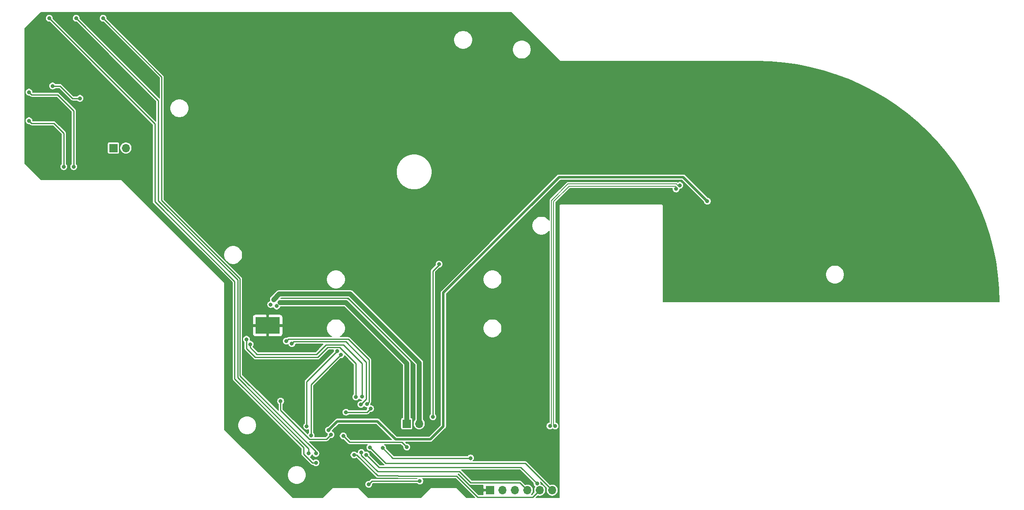
<source format=gbl>
G04 #@! TF.GenerationSoftware,KiCad,Pcbnew,5.1.9+dfsg1-1~bpo10+1*
G04 #@! TF.CreationDate,2021-04-13T01:36:02+00:00*
G04 #@! TF.ProjectId,mobo,6d6f626f-2e6b-4696-9361-645f70636258,rev?*
G04 #@! TF.SameCoordinates,Original*
G04 #@! TF.FileFunction,Copper,L2,Bot*
G04 #@! TF.FilePolarity,Positive*
%FSLAX46Y46*%
G04 Gerber Fmt 4.6, Leading zero omitted, Abs format (unit mm)*
G04 Created by KiCad (PCBNEW 5.1.9+dfsg1-1~bpo10+1) date 2021-04-13 01:36:02*
%MOMM*%
%LPD*%
G01*
G04 APERTURE LIST*
G04 #@! TA.AperFunction,ComponentPad*
%ADD10O,1.700000X1.700000*%
G04 #@! TD*
G04 #@! TA.AperFunction,ComponentPad*
%ADD11R,1.700000X1.700000*%
G04 #@! TD*
G04 #@! TA.AperFunction,SMDPad,CuDef*
%ADD12R,5.000000X3.400000*%
G04 #@! TD*
G04 #@! TA.AperFunction,ComponentPad*
%ADD13C,0.750000*%
G04 #@! TD*
G04 #@! TA.AperFunction,ViaPad*
%ADD14C,0.800000*%
G04 #@! TD*
G04 #@! TA.AperFunction,Conductor*
%ADD15C,0.250000*%
G04 #@! TD*
G04 #@! TA.AperFunction,Conductor*
%ADD16C,0.500000*%
G04 #@! TD*
G04 #@! TA.AperFunction,Conductor*
%ADD17C,0.200000*%
G04 #@! TD*
G04 #@! TA.AperFunction,Conductor*
%ADD18C,1.000000*%
G04 #@! TD*
G04 #@! TA.AperFunction,Conductor*
%ADD19C,0.150000*%
G04 #@! TD*
G04 #@! TA.AperFunction,Conductor*
%ADD20C,0.100000*%
G04 #@! TD*
G04 APERTURE END LIST*
D10*
X87122000Y-89916000D03*
D11*
X84582000Y-89916000D03*
X24628000Y-33528000D03*
D10*
X27168000Y-33528000D03*
D12*
X56145000Y-69831000D03*
D13*
X57645000Y-69081000D03*
X57645000Y-70581000D03*
X56145000Y-69081000D03*
X56145000Y-70581000D03*
X54645000Y-69081000D03*
X54645000Y-70581000D03*
D10*
X114300000Y-103505000D03*
X111760000Y-103505000D03*
X109220000Y-103505000D03*
X106680000Y-103505000D03*
X104140000Y-103505000D03*
D11*
X101600000Y-103505000D03*
D14*
X68072000Y-83820000D03*
X62992000Y-78232000D03*
X13716000Y-18288000D03*
X12700000Y-31496000D03*
X57404000Y-77724000D03*
X61976000Y-71628000D03*
X112268000Y-81407000D03*
X111379000Y-85090000D03*
X98806000Y-82677000D03*
X96901000Y-82677000D03*
X66167000Y-86868000D03*
X69723000Y-79248000D03*
X112649000Y-46736000D03*
X103800000Y-99800000D03*
X99600000Y-99700000D03*
X92000000Y-101500000D03*
X68900000Y-96393000D03*
X62000000Y-13900000D03*
X66400000Y-45600000D03*
X76500000Y-56500000D03*
X57150000Y-74549000D03*
X73215500Y-92075000D03*
X72072500Y-83629500D03*
X158400000Y-61100000D03*
X76800000Y-100450000D03*
X108820000Y-102010000D03*
X115170000Y-95040000D03*
X71526500Y-86770000D03*
X78330000Y-87620000D03*
X77900000Y-84020000D03*
X88630000Y-84630000D03*
X17780000Y-23368000D03*
X12192000Y-20828000D03*
X89916000Y-88519000D03*
X91186000Y-57277000D03*
X79640000Y-94850000D03*
X97620000Y-96940000D03*
X71600000Y-92400000D03*
X84580000Y-94700000D03*
X14478000Y-37338000D03*
X7366000Y-27940000D03*
X16510000Y-37338000D03*
X7366000Y-22098000D03*
X75300000Y-95800000D03*
X73800000Y-96300000D03*
X68600000Y-91200000D03*
X146000000Y-44400000D03*
X113845000Y-90390000D03*
X140381232Y-41148768D03*
X114895000Y-90390000D03*
X139638768Y-41891232D03*
X56769000Y-65532000D03*
X57404000Y-64516000D03*
X58674000Y-65151000D03*
X57975500Y-65849500D03*
X69088000Y-92138500D03*
X58800000Y-85310000D03*
X64135000Y-90424000D03*
X70357996Y-75057000D03*
X74168004Y-84455000D03*
X51816000Y-72644000D03*
X75438000Y-84328000D03*
X52578000Y-73660012D03*
X75184000Y-85979000D03*
X61087000Y-73533000D03*
X76454000Y-85852000D03*
X59944000Y-73025000D03*
X72160000Y-87550000D03*
X77180000Y-86840000D03*
X66000000Y-97900000D03*
X11500000Y-7000000D03*
X64500000Y-96000000D03*
X17000000Y-7000000D03*
X66000000Y-96000000D03*
X22500000Y-7000000D03*
X77050000Y-94750000D03*
X76300000Y-96271029D03*
X111214000Y-102162804D03*
X65024000Y-92329000D03*
X71120004Y-75819000D03*
X87250000Y-101610000D03*
X76810000Y-102310000D03*
D15*
X17780000Y-23368000D02*
X16256000Y-23368000D01*
X13716000Y-20828000D02*
X12192000Y-20828000D01*
X16256000Y-23368000D02*
X13716000Y-20828000D01*
X89916000Y-88519000D02*
X89916000Y-58674000D01*
X91186000Y-57404000D02*
X91186000Y-57277000D01*
X89916000Y-58674000D02*
X91186000Y-57404000D01*
X81730000Y-96940000D02*
X97620000Y-96940000D01*
X79640000Y-94850000D02*
X81730000Y-96940000D01*
X83545010Y-93665010D02*
X84580000Y-94700000D01*
X72865010Y-93665010D02*
X83545010Y-93665010D01*
X71600000Y-92400000D02*
X72865010Y-93665010D01*
X14478000Y-37338000D02*
X14478000Y-35052000D01*
X14478000Y-35052000D02*
X14478000Y-30480000D01*
X14478000Y-30480000D02*
X12446000Y-28448000D01*
X7874000Y-28448000D02*
X7366000Y-27940000D01*
X12446000Y-28448000D02*
X7874000Y-28448000D01*
X16510000Y-37338000D02*
X16510000Y-32766000D01*
X16510000Y-32766000D02*
X16510000Y-25908000D01*
X16510000Y-25908000D02*
X13208000Y-22606000D01*
X7874000Y-22606000D02*
X7366000Y-22098000D01*
X13208000Y-22606000D02*
X7874000Y-22606000D01*
X97663000Y-101981000D02*
X95377000Y-99695000D01*
X95377000Y-99695000D02*
X78629315Y-99695000D01*
X75300000Y-96365685D02*
X75300000Y-95800000D01*
X78629315Y-99695000D02*
X75300000Y-96365685D01*
X109220000Y-103505000D02*
X107696000Y-101981000D01*
X107696000Y-101981000D02*
X97663000Y-101981000D01*
X74365685Y-96300000D02*
X73800000Y-96300000D01*
X94742000Y-100584000D02*
X82796022Y-100584000D01*
X99060000Y-104902000D02*
X94742000Y-100584000D01*
X82796022Y-100584000D02*
X82770521Y-100558499D01*
X82770521Y-100558499D02*
X78624184Y-100558499D01*
X78624184Y-100558499D02*
X74365685Y-96300000D01*
X111760000Y-103505000D02*
X110363000Y-104902000D01*
X110363000Y-104902000D02*
X99060000Y-104902000D01*
D16*
X68999999Y-90800001D02*
X68600000Y-91200000D01*
X89408000Y-93091000D02*
X82296000Y-93091000D01*
X92075000Y-90424000D02*
X89408000Y-93091000D01*
X92075000Y-63125000D02*
X92075000Y-90424000D01*
X115703000Y-39497000D02*
X92075000Y-63125000D01*
X141097000Y-39497000D02*
X115703000Y-39497000D01*
X78605000Y-89400000D02*
X70400000Y-89400000D01*
X82296000Y-93091000D02*
X78605000Y-89400000D01*
X146000000Y-44400000D02*
X146000000Y-44400000D01*
X70400000Y-89400000D02*
X68999999Y-90800001D01*
X146000000Y-44400000D02*
X141097000Y-39497000D01*
D17*
X114145000Y-90090000D02*
X114145000Y-44276800D01*
X113845000Y-90390000D02*
X114145000Y-90090000D01*
X114145000Y-44276800D02*
X117546800Y-40875000D01*
X139956967Y-41148768D02*
X140381232Y-41148768D01*
X139683199Y-40875000D02*
X139956967Y-41148768D01*
X117546800Y-40875000D02*
X139683199Y-40875000D01*
X114595000Y-90090000D02*
X114595000Y-44463200D01*
X114895000Y-90390000D02*
X114595000Y-90090000D01*
X114595000Y-44463200D02*
X117733200Y-41325000D01*
X139638768Y-41466967D02*
X139638768Y-41891232D01*
X139496801Y-41325000D02*
X139638768Y-41466967D01*
X117733200Y-41325000D02*
X139496801Y-41325000D01*
D18*
X87122000Y-77470000D02*
X87122000Y-89916000D01*
X73025000Y-63373000D02*
X87122000Y-77470000D01*
X58547000Y-63373000D02*
X73025000Y-63373000D01*
X57404000Y-64516000D02*
X58547000Y-63373000D01*
X84582000Y-77597000D02*
X84582000Y-89916000D01*
X72136000Y-65151000D02*
X84582000Y-77597000D01*
X58674000Y-65151000D02*
X72136000Y-65151000D01*
D15*
X68175999Y-93050501D02*
X69088000Y-92138500D01*
X58800000Y-85310000D02*
X58800000Y-87176522D01*
X64676479Y-93053001D02*
X58800000Y-87176522D01*
X68173499Y-93053001D02*
X64676479Y-93053001D01*
X69088000Y-92138500D02*
X68173499Y-93053001D01*
X64135000Y-90424000D02*
X64135000Y-81279996D01*
X69957997Y-75456999D02*
X70357996Y-75057000D01*
X64135000Y-81279996D02*
X69957997Y-75456999D01*
X51816000Y-74549000D02*
X51816000Y-73209685D01*
X53594000Y-76327000D02*
X51816000Y-74549000D01*
X66421000Y-76327000D02*
X53594000Y-76327000D01*
X68453000Y-74295000D02*
X66421000Y-76327000D01*
X74168004Y-77597004D02*
X70866000Y-74295000D01*
X51816000Y-73209685D02*
X51816000Y-72644000D01*
X70866000Y-74295000D02*
X68453000Y-74295000D01*
X74168004Y-84455000D02*
X74168004Y-77597004D01*
X53975000Y-75692000D02*
X52578000Y-74295000D01*
X66167000Y-75692000D02*
X53975000Y-75692000D01*
X68060978Y-73798022D02*
X66167000Y-75692000D01*
X52578000Y-74295000D02*
X52578000Y-73660012D01*
X71639022Y-73798022D02*
X68060978Y-73798022D01*
X75438000Y-77597000D02*
X71639022Y-73798022D01*
X75438000Y-84328000D02*
X75438000Y-77597000D01*
X61486999Y-73133001D02*
X61087000Y-73533000D01*
X72117001Y-73133001D02*
X61486999Y-73133001D01*
X76327000Y-77343000D02*
X72117001Y-73133001D01*
X76327000Y-84836000D02*
X76327000Y-77343000D01*
X75184000Y-85979000D02*
X76327000Y-84836000D01*
X60343999Y-72625001D02*
X59944000Y-73025000D01*
X72625001Y-72625001D02*
X60343999Y-72625001D01*
X76853999Y-76853999D02*
X72625001Y-72625001D01*
X76454000Y-85852000D02*
X76853999Y-85452001D01*
X76853999Y-85452001D02*
X76853999Y-76853999D01*
X76470000Y-87550000D02*
X77180000Y-86840000D01*
X72160000Y-87550000D02*
X76470000Y-87550000D01*
X65300000Y-97900000D02*
X66000000Y-97900000D01*
X63500000Y-96100000D02*
X65300000Y-97900000D01*
X63500000Y-94800000D02*
X63500000Y-96100000D01*
X33100000Y-44500000D02*
X49400000Y-60800000D01*
X49400000Y-60800000D02*
X49400000Y-80700000D01*
X49400000Y-80700000D02*
X63500000Y-94800000D01*
X33100000Y-28600000D02*
X11500000Y-7000000D01*
X33100000Y-44500000D02*
X33100000Y-28600000D01*
X64500000Y-95434315D02*
X64500000Y-96000000D01*
X64500000Y-95000000D02*
X64500000Y-95434315D01*
X50000000Y-80500000D02*
X64500000Y-95000000D01*
X33800000Y-44300000D02*
X50000000Y-60500000D01*
X50000000Y-60500000D02*
X50000000Y-80500000D01*
X33800000Y-23800000D02*
X17000000Y-7000000D01*
X33800000Y-44300000D02*
X33800000Y-23800000D01*
X66000000Y-95600000D02*
X66000000Y-96000000D01*
X50500000Y-80100000D02*
X66000000Y-95600000D01*
X50500000Y-60250000D02*
X50500000Y-80100000D01*
X34500000Y-44250000D02*
X50500000Y-60250000D01*
X34500000Y-19000000D02*
X22500000Y-7000000D01*
X34500000Y-44250000D02*
X34500000Y-19000000D01*
X80300000Y-98000000D02*
X108795000Y-98000000D01*
X108795000Y-98000000D02*
X114300000Y-103505000D01*
X77050000Y-94750000D02*
X80300000Y-98000000D01*
X76699999Y-96671028D02*
X76300000Y-96271029D01*
X78872970Y-98843999D02*
X76699999Y-96671028D01*
X107895195Y-98843999D02*
X78872970Y-98843999D01*
X111214000Y-102162804D02*
X107895195Y-98843999D01*
X65024000Y-92329000D02*
X65024000Y-81915004D01*
X65024000Y-81915004D02*
X70720005Y-76218999D01*
X70720005Y-76218999D02*
X71120004Y-75819000D01*
X77510000Y-101610000D02*
X76810000Y-102310000D01*
X87250000Y-101610000D02*
X77510000Y-101610000D01*
D19*
X115803263Y-15668948D02*
X115815789Y-15684211D01*
X115876697Y-15734197D01*
X115946186Y-15771340D01*
X116021586Y-15794212D01*
X116076790Y-15799649D01*
X116100000Y-15801935D01*
X116119647Y-15800000D01*
X156094416Y-15800000D01*
X158868739Y-15877494D01*
X161628845Y-16109266D01*
X164371699Y-16494749D01*
X167088775Y-17032745D01*
X169771570Y-17721569D01*
X172411733Y-18559078D01*
X175001029Y-19542660D01*
X177531373Y-20669242D01*
X179994901Y-21935322D01*
X182383901Y-23336939D01*
X184690949Y-24869737D01*
X186908832Y-26528926D01*
X189030642Y-28309335D01*
X191049740Y-30205395D01*
X192959873Y-32211234D01*
X194755036Y-34320542D01*
X196429674Y-36526796D01*
X197978532Y-38823073D01*
X199396804Y-41202245D01*
X200680043Y-43656856D01*
X201824263Y-46179274D01*
X202825903Y-48761656D01*
X203681828Y-51395922D01*
X204389361Y-54073827D01*
X204946311Y-56787074D01*
X205350933Y-59527178D01*
X205601970Y-62285610D01*
X205696760Y-65000000D01*
X137000000Y-65000000D01*
X137000000Y-59211807D01*
X170189245Y-59211807D01*
X170189245Y-59588193D01*
X170262675Y-59957347D01*
X170406711Y-60305082D01*
X170615820Y-60618035D01*
X170881965Y-60884180D01*
X171194918Y-61093289D01*
X171542653Y-61237325D01*
X171911807Y-61310755D01*
X172288193Y-61310755D01*
X172657347Y-61237325D01*
X173005082Y-61093289D01*
X173318035Y-60884180D01*
X173584180Y-60618035D01*
X173793289Y-60305082D01*
X173937325Y-59957347D01*
X174010755Y-59588193D01*
X174010755Y-59211807D01*
X173937325Y-58842653D01*
X173793289Y-58494918D01*
X173584180Y-58181965D01*
X173318035Y-57915820D01*
X173005082Y-57706711D01*
X172657347Y-57562675D01*
X172288193Y-57489245D01*
X171911807Y-57489245D01*
X171542653Y-57562675D01*
X171194918Y-57706711D01*
X170881965Y-57915820D01*
X170615820Y-58181965D01*
X170406711Y-58494918D01*
X170262675Y-58842653D01*
X170189245Y-59211807D01*
X137000000Y-59211807D01*
X137000000Y-45419647D01*
X137001935Y-45400000D01*
X136994212Y-45321586D01*
X136971340Y-45246186D01*
X136934197Y-45176697D01*
X136884211Y-45115789D01*
X136823303Y-45065803D01*
X136753814Y-45028660D01*
X136678414Y-45005788D01*
X136619647Y-45000000D01*
X136600000Y-44998065D01*
X136580354Y-45000000D01*
X116119646Y-45000000D01*
X116100000Y-44998065D01*
X116080353Y-45000000D01*
X116021586Y-45005788D01*
X115946186Y-45028660D01*
X115876697Y-45065803D01*
X115815789Y-45115789D01*
X115765803Y-45176697D01*
X115728660Y-45246186D01*
X115705788Y-45321586D01*
X115698065Y-45400000D01*
X115700000Y-45419647D01*
X115700001Y-105000000D01*
X110972105Y-105000000D01*
X111322425Y-104649681D01*
X111402681Y-104682924D01*
X111639348Y-104730000D01*
X111880652Y-104730000D01*
X112117319Y-104682924D01*
X112340255Y-104590581D01*
X112540892Y-104456519D01*
X112711519Y-104285892D01*
X112845581Y-104085255D01*
X112937924Y-103862319D01*
X112985000Y-103625652D01*
X112985000Y-103384348D01*
X112937924Y-103147681D01*
X112845581Y-102924745D01*
X112711519Y-102724108D01*
X112540892Y-102553481D01*
X112340255Y-102419419D01*
X112117319Y-102327076D01*
X111977057Y-102299176D01*
X111989000Y-102239135D01*
X111989000Y-102086473D01*
X111959217Y-101936745D01*
X111912957Y-101825063D01*
X113155319Y-103067426D01*
X113122076Y-103147681D01*
X113075000Y-103384348D01*
X113075000Y-103625652D01*
X113122076Y-103862319D01*
X113214419Y-104085255D01*
X113348481Y-104285892D01*
X113519108Y-104456519D01*
X113719745Y-104590581D01*
X113942681Y-104682924D01*
X114179348Y-104730000D01*
X114420652Y-104730000D01*
X114657319Y-104682924D01*
X114880255Y-104590581D01*
X115080892Y-104456519D01*
X115251519Y-104285892D01*
X115385581Y-104085255D01*
X115477924Y-103862319D01*
X115525000Y-103625652D01*
X115525000Y-103384348D01*
X115477924Y-103147681D01*
X115385581Y-102924745D01*
X115251519Y-102724108D01*
X115080892Y-102553481D01*
X114880255Y-102419419D01*
X114657319Y-102327076D01*
X114420652Y-102280000D01*
X114179348Y-102280000D01*
X113942681Y-102327076D01*
X113862426Y-102360319D01*
X109165929Y-97663824D01*
X109150264Y-97644736D01*
X109074129Y-97582254D01*
X108987267Y-97535825D01*
X108893017Y-97507235D01*
X108819560Y-97500000D01*
X108795000Y-97497581D01*
X108770440Y-97500000D01*
X98156016Y-97500000D01*
X98221982Y-97434034D01*
X98306796Y-97307100D01*
X98365217Y-97166059D01*
X98395000Y-97016331D01*
X98395000Y-96863669D01*
X98365217Y-96713941D01*
X98306796Y-96572900D01*
X98221982Y-96445966D01*
X98114034Y-96338018D01*
X97987100Y-96253204D01*
X97846059Y-96194783D01*
X97696331Y-96165000D01*
X97543669Y-96165000D01*
X97393941Y-96194783D01*
X97252900Y-96253204D01*
X97125966Y-96338018D01*
X97023984Y-96440000D01*
X81937107Y-96440000D01*
X80415000Y-94917895D01*
X80415000Y-94773669D01*
X80385217Y-94623941D01*
X80326796Y-94482900D01*
X80241982Y-94355966D01*
X80134034Y-94248018D01*
X80009803Y-94165010D01*
X83337905Y-94165010D01*
X83805000Y-94632106D01*
X83805000Y-94776331D01*
X83834783Y-94926059D01*
X83893204Y-95067100D01*
X83978018Y-95194034D01*
X84085966Y-95301982D01*
X84212900Y-95386796D01*
X84353941Y-95445217D01*
X84503669Y-95475000D01*
X84656331Y-95475000D01*
X84806059Y-95445217D01*
X84947100Y-95386796D01*
X85074034Y-95301982D01*
X85181982Y-95194034D01*
X85266796Y-95067100D01*
X85325217Y-94926059D01*
X85355000Y-94776331D01*
X85355000Y-94623669D01*
X85325217Y-94473941D01*
X85266796Y-94332900D01*
X85181982Y-94205966D01*
X85074034Y-94098018D01*
X84947100Y-94013204D01*
X84806059Y-93954783D01*
X84656331Y-93925000D01*
X84512106Y-93925000D01*
X84303106Y-93716000D01*
X89377306Y-93716000D01*
X89408000Y-93719023D01*
X89438694Y-93716000D01*
X89438704Y-93716000D01*
X89530521Y-93706957D01*
X89648334Y-93671219D01*
X89756911Y-93613183D01*
X89852080Y-93535080D01*
X89871658Y-93511224D01*
X92495235Y-90887649D01*
X92519080Y-90868080D01*
X92538649Y-90844235D01*
X92538653Y-90844231D01*
X92597183Y-90772912D01*
X92632966Y-90705966D01*
X92655219Y-90664334D01*
X92690957Y-90546521D01*
X92700000Y-90454704D01*
X92700000Y-90454702D01*
X92703024Y-90424000D01*
X92700000Y-90393298D01*
X92700000Y-70211807D01*
X100189245Y-70211807D01*
X100189245Y-70588193D01*
X100262675Y-70957347D01*
X100406711Y-71305082D01*
X100615820Y-71618035D01*
X100881965Y-71884180D01*
X101194918Y-72093289D01*
X101542653Y-72237325D01*
X101911807Y-72310755D01*
X102288193Y-72310755D01*
X102657347Y-72237325D01*
X103005082Y-72093289D01*
X103318035Y-71884180D01*
X103584180Y-71618035D01*
X103793289Y-71305082D01*
X103937325Y-70957347D01*
X104010755Y-70588193D01*
X104010755Y-70211807D01*
X103937325Y-69842653D01*
X103793289Y-69494918D01*
X103584180Y-69181965D01*
X103318035Y-68915820D01*
X103005082Y-68706711D01*
X102657347Y-68562675D01*
X102288193Y-68489245D01*
X101911807Y-68489245D01*
X101542653Y-68562675D01*
X101194918Y-68706711D01*
X100881965Y-68915820D01*
X100615820Y-69181965D01*
X100406711Y-69494918D01*
X100262675Y-69842653D01*
X100189245Y-70211807D01*
X92700000Y-70211807D01*
X92700000Y-63383882D01*
X95872075Y-60211807D01*
X100189245Y-60211807D01*
X100189245Y-60588193D01*
X100262675Y-60957347D01*
X100406711Y-61305082D01*
X100615820Y-61618035D01*
X100881965Y-61884180D01*
X101194918Y-62093289D01*
X101542653Y-62237325D01*
X101911807Y-62310755D01*
X102288193Y-62310755D01*
X102657347Y-62237325D01*
X103005082Y-62093289D01*
X103318035Y-61884180D01*
X103584180Y-61618035D01*
X103793289Y-61305082D01*
X103937325Y-60957347D01*
X104010755Y-60588193D01*
X104010755Y-60211807D01*
X103937325Y-59842653D01*
X103793289Y-59494918D01*
X103584180Y-59181965D01*
X103318035Y-58915820D01*
X103005082Y-58706711D01*
X102657347Y-58562675D01*
X102288193Y-58489245D01*
X101911807Y-58489245D01*
X101542653Y-58562675D01*
X101194918Y-58706711D01*
X100881965Y-58915820D01*
X100615820Y-59181965D01*
X100406711Y-59494918D01*
X100262675Y-59842653D01*
X100189245Y-60211807D01*
X95872075Y-60211807D01*
X106872075Y-49211807D01*
X110189245Y-49211807D01*
X110189245Y-49588193D01*
X110262675Y-49957347D01*
X110406711Y-50305082D01*
X110615820Y-50618035D01*
X110881965Y-50884180D01*
X111194918Y-51093289D01*
X111542653Y-51237325D01*
X111911807Y-51310755D01*
X112288193Y-51310755D01*
X112657347Y-51237325D01*
X113005082Y-51093289D01*
X113318035Y-50884180D01*
X113584180Y-50618035D01*
X113670001Y-50489595D01*
X113670000Y-89634627D01*
X113618941Y-89644783D01*
X113477900Y-89703204D01*
X113350966Y-89788018D01*
X113243018Y-89895966D01*
X113158204Y-90022900D01*
X113099783Y-90163941D01*
X113070000Y-90313669D01*
X113070000Y-90466331D01*
X113099783Y-90616059D01*
X113158204Y-90757100D01*
X113243018Y-90884034D01*
X113350966Y-90991982D01*
X113477900Y-91076796D01*
X113618941Y-91135217D01*
X113768669Y-91165000D01*
X113921331Y-91165000D01*
X114071059Y-91135217D01*
X114212100Y-91076796D01*
X114339034Y-90991982D01*
X114370000Y-90961016D01*
X114400966Y-90991982D01*
X114527900Y-91076796D01*
X114668941Y-91135217D01*
X114818669Y-91165000D01*
X114971331Y-91165000D01*
X115121059Y-91135217D01*
X115262100Y-91076796D01*
X115389034Y-90991982D01*
X115496982Y-90884034D01*
X115581796Y-90757100D01*
X115640217Y-90616059D01*
X115670000Y-90466331D01*
X115670000Y-90313669D01*
X115640217Y-90163941D01*
X115581796Y-90022900D01*
X115496982Y-89895966D01*
X115389034Y-89788018D01*
X115262100Y-89703204D01*
X115121059Y-89644783D01*
X115070000Y-89634627D01*
X115070000Y-44659950D01*
X117929951Y-41800000D01*
X138866732Y-41800000D01*
X138863768Y-41814901D01*
X138863768Y-41967563D01*
X138893551Y-42117291D01*
X138951972Y-42258332D01*
X139036786Y-42385266D01*
X139144734Y-42493214D01*
X139271668Y-42578028D01*
X139412709Y-42636449D01*
X139562437Y-42666232D01*
X139715099Y-42666232D01*
X139864827Y-42636449D01*
X140005868Y-42578028D01*
X140132802Y-42493214D01*
X140240750Y-42385266D01*
X140325564Y-42258332D01*
X140383985Y-42117291D01*
X140413768Y-41967563D01*
X140413768Y-41923768D01*
X140457563Y-41923768D01*
X140607291Y-41893985D01*
X140748332Y-41835564D01*
X140875266Y-41750750D01*
X140983214Y-41642802D01*
X141068028Y-41515868D01*
X141126449Y-41374827D01*
X141156232Y-41225099D01*
X141156232Y-41072437D01*
X141126449Y-40922709D01*
X141068028Y-40781668D01*
X140983214Y-40654734D01*
X140875266Y-40546786D01*
X140748332Y-40461972D01*
X140607291Y-40403551D01*
X140457563Y-40373768D01*
X140304901Y-40373768D01*
X140155173Y-40403551D01*
X140014132Y-40461972D01*
X139967024Y-40493448D01*
X139948372Y-40478141D01*
X139865853Y-40434034D01*
X139776315Y-40406873D01*
X139706531Y-40400000D01*
X139683199Y-40397702D01*
X139659867Y-40400000D01*
X117570132Y-40400000D01*
X117546800Y-40397702D01*
X117523468Y-40400000D01*
X117453684Y-40406873D01*
X117364146Y-40434034D01*
X117281627Y-40478141D01*
X117209299Y-40537499D01*
X117194425Y-40555623D01*
X113825629Y-43924421D01*
X113807500Y-43939299D01*
X113748142Y-44011627D01*
X113723498Y-44057733D01*
X113704035Y-44094146D01*
X113676873Y-44183684D01*
X113667702Y-44276800D01*
X113670001Y-44300142D01*
X113670001Y-48310405D01*
X113584180Y-48181965D01*
X113318035Y-47915820D01*
X113005082Y-47706711D01*
X112657347Y-47562675D01*
X112288193Y-47489245D01*
X111911807Y-47489245D01*
X111542653Y-47562675D01*
X111194918Y-47706711D01*
X110881965Y-47915820D01*
X110615820Y-48181965D01*
X110406711Y-48494918D01*
X110262675Y-48842653D01*
X110189245Y-49211807D01*
X106872075Y-49211807D01*
X115961883Y-40122000D01*
X140838118Y-40122000D01*
X145233083Y-44516966D01*
X145254783Y-44626059D01*
X145313204Y-44767100D01*
X145398018Y-44894034D01*
X145505966Y-45001982D01*
X145632900Y-45086796D01*
X145773941Y-45145217D01*
X145923669Y-45175000D01*
X146076331Y-45175000D01*
X146226059Y-45145217D01*
X146367100Y-45086796D01*
X146494034Y-45001982D01*
X146601982Y-44894034D01*
X146686796Y-44767100D01*
X146745217Y-44626059D01*
X146775000Y-44476331D01*
X146775000Y-44323669D01*
X146745217Y-44173941D01*
X146686796Y-44032900D01*
X146601982Y-43905966D01*
X146494034Y-43798018D01*
X146367100Y-43713204D01*
X146226059Y-43654783D01*
X146116966Y-43633083D01*
X141560658Y-39076776D01*
X141541080Y-39052920D01*
X141445911Y-38974817D01*
X141337334Y-38916781D01*
X141219521Y-38881043D01*
X141127704Y-38872000D01*
X141127694Y-38872000D01*
X141097000Y-38868977D01*
X141066306Y-38872000D01*
X115733693Y-38872000D01*
X115702999Y-38868977D01*
X115672305Y-38872000D01*
X115672296Y-38872000D01*
X115580479Y-38881043D01*
X115462666Y-38916781D01*
X115354089Y-38974817D01*
X115258920Y-39052920D01*
X115239346Y-39076771D01*
X91654776Y-62661342D01*
X91630920Y-62680920D01*
X91552817Y-62776090D01*
X91494781Y-62884667D01*
X91459043Y-63002480D01*
X91450000Y-63094297D01*
X91450000Y-63094306D01*
X91446977Y-63125000D01*
X91450000Y-63155694D01*
X91450001Y-90165115D01*
X89149118Y-92466000D01*
X82554883Y-92466000D01*
X79068658Y-88979776D01*
X79049080Y-88955920D01*
X78953911Y-88877817D01*
X78845334Y-88819781D01*
X78727521Y-88784043D01*
X78635704Y-88775000D01*
X78635694Y-88775000D01*
X78605000Y-88771977D01*
X78574306Y-88775000D01*
X70430693Y-88775000D01*
X70399999Y-88771977D01*
X70369305Y-88775000D01*
X70369296Y-88775000D01*
X70277479Y-88784043D01*
X70159666Y-88819781D01*
X70159664Y-88819782D01*
X70051087Y-88877818D01*
X69979768Y-88936348D01*
X69979765Y-88936351D01*
X69955920Y-88955920D01*
X69936350Y-88979766D01*
X68579769Y-90336349D01*
X68483035Y-90433083D01*
X68373941Y-90454783D01*
X68232900Y-90513204D01*
X68105966Y-90598018D01*
X67998018Y-90705966D01*
X67913204Y-90832900D01*
X67854783Y-90973941D01*
X67825000Y-91123669D01*
X67825000Y-91276331D01*
X67854783Y-91426059D01*
X67913204Y-91567100D01*
X67998018Y-91694034D01*
X68105966Y-91801982D01*
X68232900Y-91886796D01*
X68339131Y-91930798D01*
X68313000Y-92062169D01*
X68313000Y-92206394D01*
X67966394Y-92553001D01*
X65769626Y-92553001D01*
X65799000Y-92405331D01*
X65799000Y-92252669D01*
X65769217Y-92102941D01*
X65710796Y-91961900D01*
X65625982Y-91834966D01*
X65524000Y-91732984D01*
X65524000Y-82122109D01*
X71052111Y-76594000D01*
X71196335Y-76594000D01*
X71346063Y-76564217D01*
X71487104Y-76505796D01*
X71614038Y-76420982D01*
X71721986Y-76313034D01*
X71806800Y-76186100D01*
X71865221Y-76045059D01*
X71872477Y-76008583D01*
X73668005Y-77804112D01*
X73668004Y-83858984D01*
X73566022Y-83960966D01*
X73481208Y-84087900D01*
X73422787Y-84228941D01*
X73393004Y-84378669D01*
X73393004Y-84531331D01*
X73422787Y-84681059D01*
X73481208Y-84822100D01*
X73566022Y-84949034D01*
X73673970Y-85056982D01*
X73800904Y-85141796D01*
X73941945Y-85200217D01*
X74091673Y-85230000D01*
X74244335Y-85230000D01*
X74394063Y-85200217D01*
X74535104Y-85141796D01*
X74662038Y-85056982D01*
X74769986Y-84949034D01*
X74847303Y-84833319D01*
X74943966Y-84929982D01*
X75070900Y-85014796D01*
X75211941Y-85073217D01*
X75354350Y-85101544D01*
X75251895Y-85204000D01*
X75107669Y-85204000D01*
X74957941Y-85233783D01*
X74816900Y-85292204D01*
X74689966Y-85377018D01*
X74582018Y-85484966D01*
X74497204Y-85611900D01*
X74438783Y-85752941D01*
X74409000Y-85902669D01*
X74409000Y-86055331D01*
X74438783Y-86205059D01*
X74497204Y-86346100D01*
X74582018Y-86473034D01*
X74689966Y-86580982D01*
X74816900Y-86665796D01*
X74957941Y-86724217D01*
X75107669Y-86754000D01*
X75260331Y-86754000D01*
X75410059Y-86724217D01*
X75551100Y-86665796D01*
X75678034Y-86580982D01*
X75785982Y-86473034D01*
X75863301Y-86357317D01*
X75959966Y-86453982D01*
X76086900Y-86538796D01*
X76227941Y-86597217D01*
X76377669Y-86627000D01*
X76432185Y-86627000D01*
X76405000Y-86763669D01*
X76405000Y-86907894D01*
X76262895Y-87050000D01*
X72756016Y-87050000D01*
X72654034Y-86948018D01*
X72527100Y-86863204D01*
X72386059Y-86804783D01*
X72236331Y-86775000D01*
X72083669Y-86775000D01*
X71933941Y-86804783D01*
X71792900Y-86863204D01*
X71665966Y-86948018D01*
X71558018Y-87055966D01*
X71473204Y-87182900D01*
X71414783Y-87323941D01*
X71385000Y-87473669D01*
X71385000Y-87626331D01*
X71414783Y-87776059D01*
X71473204Y-87917100D01*
X71558018Y-88044034D01*
X71665966Y-88151982D01*
X71792900Y-88236796D01*
X71933941Y-88295217D01*
X72083669Y-88325000D01*
X72236331Y-88325000D01*
X72386059Y-88295217D01*
X72527100Y-88236796D01*
X72654034Y-88151982D01*
X72756016Y-88050000D01*
X76445440Y-88050000D01*
X76470000Y-88052419D01*
X76494560Y-88050000D01*
X76568017Y-88042765D01*
X76662267Y-88014175D01*
X76749129Y-87967746D01*
X76825264Y-87905264D01*
X76840929Y-87886176D01*
X77112106Y-87615000D01*
X77256331Y-87615000D01*
X77406059Y-87585217D01*
X77547100Y-87526796D01*
X77674034Y-87441982D01*
X77781982Y-87334034D01*
X77866796Y-87207100D01*
X77925217Y-87066059D01*
X77955000Y-86916331D01*
X77955000Y-86763669D01*
X77925217Y-86613941D01*
X77866796Y-86472900D01*
X77781982Y-86345966D01*
X77674034Y-86238018D01*
X77547100Y-86153204D01*
X77406059Y-86094783D01*
X77256331Y-86065000D01*
X77201815Y-86065000D01*
X77229000Y-85928331D01*
X77229000Y-85783215D01*
X77271745Y-85731130D01*
X77318174Y-85644268D01*
X77346764Y-85550018D01*
X77353999Y-85476561D01*
X77353999Y-85476560D01*
X77356418Y-85452002D01*
X77353999Y-85427442D01*
X77353999Y-76878548D01*
X77356417Y-76853998D01*
X77353999Y-76829448D01*
X77353999Y-76829439D01*
X77346764Y-76755982D01*
X77318174Y-76661732D01*
X77271745Y-76574870D01*
X77209263Y-76498735D01*
X77190186Y-76483079D01*
X72995930Y-72288825D01*
X72980265Y-72269737D01*
X72904130Y-72207255D01*
X72817268Y-72160826D01*
X72723018Y-72132236D01*
X72649561Y-72125001D01*
X72625001Y-72122582D01*
X72600441Y-72125001D01*
X70928522Y-72125001D01*
X71005082Y-72093289D01*
X71318035Y-71884180D01*
X71584180Y-71618035D01*
X71793289Y-71305082D01*
X71937325Y-70957347D01*
X72010755Y-70588193D01*
X72010755Y-70211807D01*
X71937325Y-69842653D01*
X71793289Y-69494918D01*
X71584180Y-69181965D01*
X71318035Y-68915820D01*
X71005082Y-68706711D01*
X70657347Y-68562675D01*
X70288193Y-68489245D01*
X69911807Y-68489245D01*
X69542653Y-68562675D01*
X69194918Y-68706711D01*
X68881965Y-68915820D01*
X68615820Y-69181965D01*
X68406711Y-69494918D01*
X68262675Y-69842653D01*
X68189245Y-70211807D01*
X68189245Y-70588193D01*
X68262675Y-70957347D01*
X68406711Y-71305082D01*
X68615820Y-71618035D01*
X68881965Y-71884180D01*
X69194918Y-72093289D01*
X69271478Y-72125001D01*
X60368558Y-72125001D01*
X60343998Y-72122582D01*
X60245981Y-72132236D01*
X60217391Y-72140909D01*
X60151732Y-72160826D01*
X60064870Y-72207255D01*
X60012785Y-72250000D01*
X59867669Y-72250000D01*
X59717941Y-72279783D01*
X59576900Y-72338204D01*
X59449966Y-72423018D01*
X59342018Y-72530966D01*
X59257204Y-72657900D01*
X59198783Y-72798941D01*
X59169000Y-72948669D01*
X59169000Y-73101331D01*
X59198783Y-73251059D01*
X59257204Y-73392100D01*
X59342018Y-73519034D01*
X59449966Y-73626982D01*
X59576900Y-73711796D01*
X59717941Y-73770217D01*
X59867669Y-73800000D01*
X60020331Y-73800000D01*
X60170059Y-73770217D01*
X60311100Y-73711796D01*
X60329885Y-73699244D01*
X60341783Y-73759059D01*
X60400204Y-73900100D01*
X60485018Y-74027034D01*
X60592966Y-74134982D01*
X60719900Y-74219796D01*
X60860941Y-74278217D01*
X61010669Y-74308000D01*
X61163331Y-74308000D01*
X61313059Y-74278217D01*
X61454100Y-74219796D01*
X61581034Y-74134982D01*
X61688982Y-74027034D01*
X61773796Y-73900100D01*
X61832217Y-73759059D01*
X61857292Y-73633001D01*
X67518892Y-73633001D01*
X65959895Y-75192000D01*
X54182107Y-75192000D01*
X53162067Y-74171961D01*
X53179982Y-74154046D01*
X53264796Y-74027112D01*
X53323217Y-73886071D01*
X53353000Y-73736343D01*
X53353000Y-73583681D01*
X53323217Y-73433953D01*
X53264796Y-73292912D01*
X53179982Y-73165978D01*
X53072034Y-73058030D01*
X52945100Y-72973216D01*
X52804059Y-72914795D01*
X52654331Y-72885012D01*
X52555023Y-72885012D01*
X52561217Y-72870059D01*
X52591000Y-72720331D01*
X52591000Y-72567669D01*
X52561217Y-72417941D01*
X52502796Y-72276900D01*
X52417982Y-72149966D01*
X52310034Y-72042018D01*
X52183100Y-71957204D01*
X52042059Y-71898783D01*
X51892331Y-71869000D01*
X51739669Y-71869000D01*
X51589941Y-71898783D01*
X51448900Y-71957204D01*
X51321966Y-72042018D01*
X51214018Y-72149966D01*
X51129204Y-72276900D01*
X51070783Y-72417941D01*
X51041000Y-72567669D01*
X51041000Y-72720331D01*
X51070783Y-72870059D01*
X51129204Y-73011100D01*
X51214018Y-73138034D01*
X51316001Y-73240017D01*
X51316000Y-74524440D01*
X51313581Y-74549000D01*
X51323235Y-74647016D01*
X51351825Y-74741266D01*
X51398254Y-74828129D01*
X51460736Y-74904264D01*
X51479824Y-74919929D01*
X53223080Y-76663187D01*
X53238736Y-76682264D01*
X53314871Y-76744746D01*
X53401733Y-76791175D01*
X53495983Y-76819765D01*
X53594000Y-76829419D01*
X53618560Y-76827000D01*
X66396440Y-76827000D01*
X66421000Y-76829419D01*
X66445560Y-76827000D01*
X66519017Y-76819765D01*
X66613267Y-76791175D01*
X66700129Y-76744746D01*
X66776264Y-76682264D01*
X66791929Y-76663176D01*
X68660106Y-74795000D01*
X69627666Y-74795000D01*
X69612779Y-74830941D01*
X69582996Y-74980669D01*
X69582996Y-75124893D01*
X63798819Y-80909072D01*
X63779737Y-80924732D01*
X63717255Y-81000867D01*
X63688179Y-81055264D01*
X63670826Y-81087729D01*
X63642235Y-81181979D01*
X63632581Y-81279996D01*
X63635001Y-81304566D01*
X63635000Y-89827984D01*
X63533018Y-89929966D01*
X63448204Y-90056900D01*
X63389783Y-90197941D01*
X63360000Y-90347669D01*
X63360000Y-90500331D01*
X63389783Y-90650059D01*
X63448204Y-90791100D01*
X63533018Y-90918034D01*
X63640966Y-91025982D01*
X63767900Y-91110796D01*
X63908941Y-91169217D01*
X64058669Y-91199000D01*
X64211331Y-91199000D01*
X64361059Y-91169217D01*
X64502100Y-91110796D01*
X64524000Y-91096163D01*
X64524000Y-91732984D01*
X64422018Y-91834966D01*
X64337204Y-91961900D01*
X64324106Y-91993521D01*
X59300000Y-86969417D01*
X59300000Y-85906016D01*
X59401982Y-85804034D01*
X59486796Y-85677100D01*
X59545217Y-85536059D01*
X59575000Y-85386331D01*
X59575000Y-85233669D01*
X59545217Y-85083941D01*
X59486796Y-84942900D01*
X59401982Y-84815966D01*
X59294034Y-84708018D01*
X59167100Y-84623204D01*
X59026059Y-84564783D01*
X58876331Y-84535000D01*
X58723669Y-84535000D01*
X58573941Y-84564783D01*
X58432900Y-84623204D01*
X58305966Y-84708018D01*
X58198018Y-84815966D01*
X58113204Y-84942900D01*
X58054783Y-85083941D01*
X58025000Y-85233669D01*
X58025000Y-85386331D01*
X58054783Y-85536059D01*
X58113204Y-85677100D01*
X58198018Y-85804034D01*
X58300000Y-85906016D01*
X58300001Y-87151952D01*
X58297581Y-87176522D01*
X58299105Y-87191999D01*
X51000000Y-79892895D01*
X51000000Y-68131000D01*
X53059179Y-68131000D01*
X53062000Y-69506250D01*
X53207750Y-69652000D01*
X54327144Y-69652000D01*
X54293102Y-69686042D01*
X54233860Y-69710581D01*
X54228044Y-69751100D01*
X54207985Y-69771159D01*
X54216575Y-69831000D01*
X54207985Y-69890841D01*
X54228044Y-69910900D01*
X54233860Y-69951419D01*
X54287850Y-69970706D01*
X54327144Y-70010000D01*
X53207750Y-70010000D01*
X53062000Y-70155750D01*
X53059179Y-71531000D01*
X53070435Y-71645288D01*
X53103772Y-71755184D01*
X53157908Y-71856465D01*
X53230762Y-71945238D01*
X53319535Y-72018092D01*
X53420816Y-72072228D01*
X53530712Y-72105565D01*
X53645000Y-72116821D01*
X55820250Y-72114000D01*
X55966000Y-71968250D01*
X55966000Y-71522949D01*
X56098252Y-71542498D01*
X56286729Y-71533144D01*
X56324000Y-71523788D01*
X56324000Y-71968250D01*
X56469750Y-72114000D01*
X58645000Y-72116821D01*
X58759288Y-72105565D01*
X58869184Y-72072228D01*
X58970465Y-72018092D01*
X59059238Y-71945238D01*
X59132092Y-71856465D01*
X59186228Y-71755184D01*
X59219565Y-71645288D01*
X59230821Y-71531000D01*
X59228000Y-70155750D01*
X59082250Y-70010000D01*
X57962856Y-70010000D01*
X57996898Y-69975958D01*
X58056140Y-69951419D01*
X58061956Y-69910900D01*
X58082015Y-69890841D01*
X58073425Y-69831000D01*
X58082015Y-69771159D01*
X58061956Y-69751100D01*
X58056140Y-69710581D01*
X58002150Y-69691294D01*
X57962856Y-69652000D01*
X59082250Y-69652000D01*
X59228000Y-69506250D01*
X59230821Y-68131000D01*
X59219565Y-68016712D01*
X59186228Y-67906816D01*
X59132092Y-67805535D01*
X59059238Y-67716762D01*
X58970465Y-67643908D01*
X58869184Y-67589772D01*
X58759288Y-67556435D01*
X58645000Y-67545179D01*
X56469750Y-67548000D01*
X56324000Y-67693750D01*
X56324000Y-68139051D01*
X56191748Y-68119502D01*
X56003271Y-68128856D01*
X55966000Y-68138212D01*
X55966000Y-67693750D01*
X55820250Y-67548000D01*
X53645000Y-67545179D01*
X53530712Y-67556435D01*
X53420816Y-67589772D01*
X53319535Y-67643908D01*
X53230762Y-67716762D01*
X53157908Y-67805535D01*
X53103772Y-67906816D01*
X53070435Y-68016712D01*
X53059179Y-68131000D01*
X51000000Y-68131000D01*
X51000000Y-65455669D01*
X55994000Y-65455669D01*
X55994000Y-65608331D01*
X56023783Y-65758059D01*
X56082204Y-65899100D01*
X56167018Y-66026034D01*
X56274966Y-66133982D01*
X56401900Y-66218796D01*
X56542941Y-66277217D01*
X56692669Y-66307000D01*
X56845331Y-66307000D01*
X56995059Y-66277217D01*
X57136100Y-66218796D01*
X57256336Y-66138457D01*
X57288704Y-66216600D01*
X57373518Y-66343534D01*
X57481466Y-66451482D01*
X57608400Y-66536296D01*
X57749441Y-66594717D01*
X57899169Y-66624500D01*
X58051831Y-66624500D01*
X58201559Y-66594717D01*
X58342600Y-66536296D01*
X58469534Y-66451482D01*
X58577482Y-66343534D01*
X58662296Y-66216600D01*
X58720717Y-66075559D01*
X58730575Y-66026000D01*
X71773564Y-66026000D01*
X83707000Y-77959437D01*
X83707001Y-88691648D01*
X83658487Y-88696426D01*
X83587800Y-88717869D01*
X83522653Y-88752691D01*
X83465552Y-88799552D01*
X83418691Y-88856653D01*
X83383869Y-88921800D01*
X83362426Y-88992487D01*
X83355186Y-89066000D01*
X83355186Y-90766000D01*
X83362426Y-90839513D01*
X83383869Y-90910200D01*
X83418691Y-90975347D01*
X83465552Y-91032448D01*
X83522653Y-91079309D01*
X83587800Y-91114131D01*
X83658487Y-91135574D01*
X83732000Y-91142814D01*
X85432000Y-91142814D01*
X85505513Y-91135574D01*
X85576200Y-91114131D01*
X85641347Y-91079309D01*
X85698448Y-91032448D01*
X85745309Y-90975347D01*
X85780131Y-90910200D01*
X85801574Y-90839513D01*
X85808814Y-90766000D01*
X85808814Y-89066000D01*
X85801574Y-88992487D01*
X85780131Y-88921800D01*
X85745309Y-88856653D01*
X85698448Y-88799552D01*
X85641347Y-88752691D01*
X85576200Y-88717869D01*
X85505513Y-88696426D01*
X85457000Y-88691648D01*
X85457000Y-77639979D01*
X85461233Y-77597000D01*
X85444339Y-77425470D01*
X85394305Y-77260532D01*
X85385994Y-77244983D01*
X85313056Y-77108524D01*
X85203712Y-76975288D01*
X85170326Y-76947889D01*
X72785117Y-64562681D01*
X72757712Y-64529288D01*
X72624476Y-64419944D01*
X72472468Y-64338695D01*
X72307530Y-64288661D01*
X72178979Y-64276000D01*
X72136000Y-64271767D01*
X72093021Y-64276000D01*
X58881437Y-64276000D01*
X58909437Y-64248000D01*
X72662564Y-64248000D01*
X86247000Y-77832437D01*
X86247001Y-89058588D01*
X86170481Y-89135108D01*
X86036419Y-89335745D01*
X85944076Y-89558681D01*
X85897000Y-89795348D01*
X85897000Y-90036652D01*
X85944076Y-90273319D01*
X86036419Y-90496255D01*
X86170481Y-90696892D01*
X86341108Y-90867519D01*
X86541745Y-91001581D01*
X86764681Y-91093924D01*
X87001348Y-91141000D01*
X87242652Y-91141000D01*
X87479319Y-91093924D01*
X87702255Y-91001581D01*
X87902892Y-90867519D01*
X88073519Y-90696892D01*
X88207581Y-90496255D01*
X88299924Y-90273319D01*
X88347000Y-90036652D01*
X88347000Y-89795348D01*
X88299924Y-89558681D01*
X88207581Y-89335745D01*
X88073519Y-89135108D01*
X87997000Y-89058589D01*
X87997000Y-88442669D01*
X89141000Y-88442669D01*
X89141000Y-88595331D01*
X89170783Y-88745059D01*
X89229204Y-88886100D01*
X89314018Y-89013034D01*
X89421966Y-89120982D01*
X89548900Y-89205796D01*
X89689941Y-89264217D01*
X89839669Y-89294000D01*
X89992331Y-89294000D01*
X90142059Y-89264217D01*
X90283100Y-89205796D01*
X90410034Y-89120982D01*
X90517982Y-89013034D01*
X90602796Y-88886100D01*
X90661217Y-88745059D01*
X90691000Y-88595331D01*
X90691000Y-88442669D01*
X90661217Y-88292941D01*
X90602796Y-88151900D01*
X90517982Y-88024966D01*
X90416000Y-87922984D01*
X90416000Y-58881105D01*
X91245107Y-58052000D01*
X91262331Y-58052000D01*
X91412059Y-58022217D01*
X91553100Y-57963796D01*
X91680034Y-57878982D01*
X91787982Y-57771034D01*
X91872796Y-57644100D01*
X91931217Y-57503059D01*
X91961000Y-57353331D01*
X91961000Y-57200669D01*
X91931217Y-57050941D01*
X91872796Y-56909900D01*
X91787982Y-56782966D01*
X91680034Y-56675018D01*
X91553100Y-56590204D01*
X91412059Y-56531783D01*
X91262331Y-56502000D01*
X91109669Y-56502000D01*
X90959941Y-56531783D01*
X90818900Y-56590204D01*
X90691966Y-56675018D01*
X90584018Y-56782966D01*
X90499204Y-56909900D01*
X90440783Y-57050941D01*
X90411000Y-57200669D01*
X90411000Y-57353331D01*
X90430671Y-57452223D01*
X89579819Y-58303076D01*
X89560737Y-58318736D01*
X89498255Y-58394871D01*
X89451826Y-58481733D01*
X89423235Y-58575983D01*
X89413581Y-58674000D01*
X89416001Y-58698570D01*
X89416000Y-87922984D01*
X89314018Y-88024966D01*
X89229204Y-88151900D01*
X89170783Y-88292941D01*
X89141000Y-88442669D01*
X87997000Y-88442669D01*
X87997000Y-77512979D01*
X88001233Y-77470000D01*
X87984339Y-77298470D01*
X87934305Y-77133532D01*
X87853056Y-76981524D01*
X87847938Y-76975288D01*
X87743712Y-76848288D01*
X87710326Y-76820889D01*
X73674117Y-62784681D01*
X73646712Y-62751288D01*
X73513476Y-62641944D01*
X73361468Y-62560695D01*
X73196530Y-62510661D01*
X73067979Y-62498000D01*
X73025000Y-62493767D01*
X72982021Y-62498000D01*
X58589978Y-62498000D01*
X58546999Y-62493767D01*
X58375469Y-62510661D01*
X58238994Y-62552061D01*
X58210532Y-62560695D01*
X58058524Y-62641944D01*
X57925288Y-62751288D01*
X57897888Y-62784675D01*
X56754891Y-63927673D01*
X56672945Y-64027525D01*
X56591695Y-64179533D01*
X56541661Y-64344471D01*
X56524767Y-64516000D01*
X56541661Y-64687529D01*
X56570129Y-64781375D01*
X56542941Y-64786783D01*
X56401900Y-64845204D01*
X56274966Y-64930018D01*
X56167018Y-65037966D01*
X56082204Y-65164900D01*
X56023783Y-65305941D01*
X55994000Y-65455669D01*
X51000000Y-65455669D01*
X51000000Y-60274560D01*
X51002419Y-60250000D01*
X50998658Y-60211807D01*
X68189245Y-60211807D01*
X68189245Y-60588193D01*
X68262675Y-60957347D01*
X68406711Y-61305082D01*
X68615820Y-61618035D01*
X68881965Y-61884180D01*
X69194918Y-62093289D01*
X69542653Y-62237325D01*
X69911807Y-62310755D01*
X70288193Y-62310755D01*
X70657347Y-62237325D01*
X71005082Y-62093289D01*
X71318035Y-61884180D01*
X71584180Y-61618035D01*
X71793289Y-61305082D01*
X71937325Y-60957347D01*
X72010755Y-60588193D01*
X72010755Y-60211807D01*
X71937325Y-59842653D01*
X71793289Y-59494918D01*
X71584180Y-59181965D01*
X71318035Y-58915820D01*
X71005082Y-58706711D01*
X70657347Y-58562675D01*
X70288193Y-58489245D01*
X69911807Y-58489245D01*
X69542653Y-58562675D01*
X69194918Y-58706711D01*
X68881965Y-58915820D01*
X68615820Y-59181965D01*
X68406711Y-59494918D01*
X68262675Y-59842653D01*
X68189245Y-60211807D01*
X50998658Y-60211807D01*
X50992765Y-60151982D01*
X50971613Y-60082254D01*
X50964175Y-60057733D01*
X50917746Y-59970871D01*
X50855264Y-59894736D01*
X50836181Y-59879075D01*
X46168913Y-55211807D01*
X47189245Y-55211807D01*
X47189245Y-55588193D01*
X47262675Y-55957347D01*
X47406711Y-56305082D01*
X47615820Y-56618035D01*
X47881965Y-56884180D01*
X48194918Y-57093289D01*
X48542653Y-57237325D01*
X48911807Y-57310755D01*
X49288193Y-57310755D01*
X49657347Y-57237325D01*
X50005082Y-57093289D01*
X50318035Y-56884180D01*
X50584180Y-56618035D01*
X50793289Y-56305082D01*
X50937325Y-55957347D01*
X51010755Y-55588193D01*
X51010755Y-55211807D01*
X50937325Y-54842653D01*
X50793289Y-54494918D01*
X50584180Y-54181965D01*
X50318035Y-53915820D01*
X50005082Y-53706711D01*
X49657347Y-53562675D01*
X49288193Y-53489245D01*
X48911807Y-53489245D01*
X48542653Y-53562675D01*
X48194918Y-53706711D01*
X47881965Y-53915820D01*
X47615820Y-54181965D01*
X47406711Y-54494918D01*
X47262675Y-54842653D01*
X47189245Y-55211807D01*
X46168913Y-55211807D01*
X35000000Y-44042895D01*
X35000000Y-38040277D01*
X82447672Y-38040277D01*
X82447672Y-38759723D01*
X82588029Y-39465345D01*
X82863349Y-40130026D01*
X83263052Y-40728223D01*
X83771777Y-41236948D01*
X84369974Y-41636651D01*
X85034655Y-41911971D01*
X85740277Y-42052328D01*
X86459723Y-42052328D01*
X87165345Y-41911971D01*
X87830026Y-41636651D01*
X88428223Y-41236948D01*
X88936948Y-40728223D01*
X89336651Y-40130026D01*
X89611971Y-39465345D01*
X89752328Y-38759723D01*
X89752328Y-38040277D01*
X89611971Y-37334655D01*
X89336651Y-36669974D01*
X88936948Y-36071777D01*
X88428223Y-35563052D01*
X87830026Y-35163349D01*
X87165345Y-34888029D01*
X86459723Y-34747672D01*
X85740277Y-34747672D01*
X85034655Y-34888029D01*
X84369974Y-35163349D01*
X83771777Y-35563052D01*
X83263052Y-36071777D01*
X82863349Y-36669974D01*
X82588029Y-37334655D01*
X82447672Y-38040277D01*
X35000000Y-38040277D01*
X35000000Y-25211807D01*
X36189245Y-25211807D01*
X36189245Y-25588193D01*
X36262675Y-25957347D01*
X36406711Y-26305082D01*
X36615820Y-26618035D01*
X36881965Y-26884180D01*
X37194918Y-27093289D01*
X37542653Y-27237325D01*
X37911807Y-27310755D01*
X38288193Y-27310755D01*
X38657347Y-27237325D01*
X39005082Y-27093289D01*
X39318035Y-26884180D01*
X39584180Y-26618035D01*
X39793289Y-26305082D01*
X39937325Y-25957347D01*
X40010755Y-25588193D01*
X40010755Y-25211807D01*
X39937325Y-24842653D01*
X39793289Y-24494918D01*
X39584180Y-24181965D01*
X39318035Y-23915820D01*
X39005082Y-23706711D01*
X38657347Y-23562675D01*
X38288193Y-23489245D01*
X37911807Y-23489245D01*
X37542653Y-23562675D01*
X37194918Y-23706711D01*
X36881965Y-23915820D01*
X36615820Y-24181965D01*
X36406711Y-24494918D01*
X36262675Y-24842653D01*
X36189245Y-25211807D01*
X35000000Y-25211807D01*
X35000000Y-19024560D01*
X35002419Y-19000000D01*
X34992765Y-18901983D01*
X34987602Y-18884962D01*
X34964175Y-18807733D01*
X34917746Y-18720871D01*
X34855264Y-18644736D01*
X34836187Y-18629080D01*
X27418913Y-11211807D01*
X94189245Y-11211807D01*
X94189245Y-11588193D01*
X94262675Y-11957347D01*
X94406711Y-12305082D01*
X94615820Y-12618035D01*
X94881965Y-12884180D01*
X95194918Y-13093289D01*
X95542653Y-13237325D01*
X95911807Y-13310755D01*
X96288193Y-13310755D01*
X96657347Y-13237325D01*
X96718953Y-13211807D01*
X106189245Y-13211807D01*
X106189245Y-13588193D01*
X106262675Y-13957347D01*
X106406711Y-14305082D01*
X106615820Y-14618035D01*
X106881965Y-14884180D01*
X107194918Y-15093289D01*
X107542653Y-15237325D01*
X107911807Y-15310755D01*
X108288193Y-15310755D01*
X108657347Y-15237325D01*
X109005082Y-15093289D01*
X109318035Y-14884180D01*
X109584180Y-14618035D01*
X109793289Y-14305082D01*
X109937325Y-13957347D01*
X110010755Y-13588193D01*
X110010755Y-13211807D01*
X109937325Y-12842653D01*
X109793289Y-12494918D01*
X109584180Y-12181965D01*
X109318035Y-11915820D01*
X109005082Y-11706711D01*
X108657347Y-11562675D01*
X108288193Y-11489245D01*
X107911807Y-11489245D01*
X107542653Y-11562675D01*
X107194918Y-11706711D01*
X106881965Y-11915820D01*
X106615820Y-12181965D01*
X106406711Y-12494918D01*
X106262675Y-12842653D01*
X106189245Y-13211807D01*
X96718953Y-13211807D01*
X97005082Y-13093289D01*
X97318035Y-12884180D01*
X97584180Y-12618035D01*
X97793289Y-12305082D01*
X97937325Y-11957347D01*
X98010755Y-11588193D01*
X98010755Y-11211807D01*
X97937325Y-10842653D01*
X97793289Y-10494918D01*
X97584180Y-10181965D01*
X97318035Y-9915820D01*
X97005082Y-9706711D01*
X96657347Y-9562675D01*
X96288193Y-9489245D01*
X95911807Y-9489245D01*
X95542653Y-9562675D01*
X95194918Y-9706711D01*
X94881965Y-9915820D01*
X94615820Y-10181965D01*
X94406711Y-10494918D01*
X94262675Y-10842653D01*
X94189245Y-11211807D01*
X27418913Y-11211807D01*
X23275000Y-7067895D01*
X23275000Y-6923669D01*
X23245217Y-6773941D01*
X23186796Y-6632900D01*
X23101982Y-6505966D01*
X22994034Y-6398018D01*
X22867100Y-6313204D01*
X22726059Y-6254783D01*
X22576331Y-6225000D01*
X22423669Y-6225000D01*
X22273941Y-6254783D01*
X22132900Y-6313204D01*
X22005966Y-6398018D01*
X21898018Y-6505966D01*
X21813204Y-6632900D01*
X21754783Y-6773941D01*
X21725000Y-6923669D01*
X21725000Y-7076331D01*
X21754783Y-7226059D01*
X21813204Y-7367100D01*
X21898018Y-7494034D01*
X22005966Y-7601982D01*
X22132900Y-7686796D01*
X22273941Y-7745217D01*
X22423669Y-7775000D01*
X22567895Y-7775000D01*
X34000001Y-19207108D01*
X34000001Y-23292894D01*
X17775000Y-7067895D01*
X17775000Y-6923669D01*
X17745217Y-6773941D01*
X17686796Y-6632900D01*
X17601982Y-6505966D01*
X17494034Y-6398018D01*
X17367100Y-6313204D01*
X17226059Y-6254783D01*
X17076331Y-6225000D01*
X16923669Y-6225000D01*
X16773941Y-6254783D01*
X16632900Y-6313204D01*
X16505966Y-6398018D01*
X16398018Y-6505966D01*
X16313204Y-6632900D01*
X16254783Y-6773941D01*
X16225000Y-6923669D01*
X16225000Y-7076331D01*
X16254783Y-7226059D01*
X16313204Y-7367100D01*
X16398018Y-7494034D01*
X16505966Y-7601982D01*
X16632900Y-7686796D01*
X16773941Y-7745217D01*
X16923669Y-7775000D01*
X17067895Y-7775000D01*
X33300001Y-24007108D01*
X33300001Y-28092895D01*
X12275000Y-7067895D01*
X12275000Y-6923669D01*
X12245217Y-6773941D01*
X12186796Y-6632900D01*
X12101982Y-6505966D01*
X11994034Y-6398018D01*
X11867100Y-6313204D01*
X11726059Y-6254783D01*
X11576331Y-6225000D01*
X11423669Y-6225000D01*
X11273941Y-6254783D01*
X11132900Y-6313204D01*
X11005966Y-6398018D01*
X10898018Y-6505966D01*
X10813204Y-6632900D01*
X10754783Y-6773941D01*
X10725000Y-6923669D01*
X10725000Y-7076331D01*
X10754783Y-7226059D01*
X10813204Y-7367100D01*
X10898018Y-7494034D01*
X11005966Y-7601982D01*
X11132900Y-7686796D01*
X11273941Y-7745217D01*
X11423669Y-7775000D01*
X11567895Y-7775000D01*
X32600001Y-28807107D01*
X32600000Y-44475440D01*
X32597581Y-44500000D01*
X32607235Y-44598017D01*
X32615742Y-44626059D01*
X32635825Y-44692266D01*
X32682254Y-44779129D01*
X32744736Y-44855264D01*
X32763824Y-44870929D01*
X48900000Y-61007106D01*
X48900001Y-80675430D01*
X48897581Y-80700000D01*
X48907235Y-80798017D01*
X48935826Y-80892267D01*
X48982255Y-80979129D01*
X49044737Y-81055264D01*
X49063820Y-81070925D01*
X63000000Y-95007107D01*
X63000001Y-96075430D01*
X62997581Y-96100000D01*
X63007235Y-96198017D01*
X63031841Y-96279129D01*
X63035826Y-96292267D01*
X63082255Y-96379129D01*
X63144737Y-96455264D01*
X63163819Y-96470924D01*
X64929080Y-98236187D01*
X64944736Y-98255264D01*
X65020871Y-98317746D01*
X65107733Y-98364175D01*
X65201983Y-98392765D01*
X65275440Y-98400000D01*
X65275449Y-98400000D01*
X65299999Y-98402418D01*
X65324549Y-98400000D01*
X65403984Y-98400000D01*
X65505966Y-98501982D01*
X65632900Y-98586796D01*
X65773941Y-98645217D01*
X65923669Y-98675000D01*
X66076331Y-98675000D01*
X66226059Y-98645217D01*
X66367100Y-98586796D01*
X66494034Y-98501982D01*
X66601982Y-98394034D01*
X66686796Y-98267100D01*
X66745217Y-98126059D01*
X66775000Y-97976331D01*
X66775000Y-97823669D01*
X66745217Y-97673941D01*
X66686796Y-97532900D01*
X66601982Y-97405966D01*
X66494034Y-97298018D01*
X66367100Y-97213204D01*
X66226059Y-97154783D01*
X66076331Y-97125000D01*
X65923669Y-97125000D01*
X65773941Y-97154783D01*
X65632900Y-97213204D01*
X65505966Y-97298018D01*
X65455545Y-97348439D01*
X64815341Y-96708235D01*
X64867100Y-96686796D01*
X64994034Y-96601982D01*
X65101982Y-96494034D01*
X65186796Y-96367100D01*
X65245217Y-96226059D01*
X65250000Y-96202013D01*
X65254783Y-96226059D01*
X65313204Y-96367100D01*
X65398018Y-96494034D01*
X65505966Y-96601982D01*
X65632900Y-96686796D01*
X65773941Y-96745217D01*
X65923669Y-96775000D01*
X66076331Y-96775000D01*
X66226059Y-96745217D01*
X66367100Y-96686796D01*
X66494034Y-96601982D01*
X66601982Y-96494034D01*
X66686796Y-96367100D01*
X66745217Y-96226059D01*
X66775000Y-96076331D01*
X66775000Y-95923669D01*
X66745217Y-95773941D01*
X66686796Y-95632900D01*
X66601982Y-95505966D01*
X66494034Y-95398018D01*
X66439508Y-95361585D01*
X66417746Y-95320871D01*
X66355264Y-95244736D01*
X66336187Y-95229080D01*
X64661001Y-93553895D01*
X64676478Y-93555419D01*
X64701028Y-93553001D01*
X68148939Y-93553001D01*
X68173499Y-93555420D01*
X68198059Y-93553001D01*
X68271516Y-93545766D01*
X68365766Y-93517176D01*
X68452628Y-93470747D01*
X68528763Y-93408265D01*
X68544428Y-93389177D01*
X69020106Y-92913500D01*
X69164331Y-92913500D01*
X69314059Y-92883717D01*
X69455100Y-92825296D01*
X69582034Y-92740482D01*
X69689982Y-92632534D01*
X69774796Y-92505600D01*
X69833217Y-92364559D01*
X69863000Y-92214831D01*
X69863000Y-92062169D01*
X69833217Y-91912441D01*
X69774796Y-91771400D01*
X69689982Y-91644466D01*
X69582034Y-91536518D01*
X69455100Y-91451704D01*
X69348869Y-91407702D01*
X69366917Y-91316965D01*
X69463651Y-91220231D01*
X70658884Y-90025000D01*
X78346118Y-90025000D01*
X81486127Y-93165010D01*
X73072117Y-93165010D01*
X72375000Y-92467894D01*
X72375000Y-92323669D01*
X72345217Y-92173941D01*
X72286796Y-92032900D01*
X72201982Y-91905966D01*
X72094034Y-91798018D01*
X71967100Y-91713204D01*
X71826059Y-91654783D01*
X71676331Y-91625000D01*
X71523669Y-91625000D01*
X71373941Y-91654783D01*
X71232900Y-91713204D01*
X71105966Y-91798018D01*
X70998018Y-91905966D01*
X70913204Y-92032900D01*
X70854783Y-92173941D01*
X70825000Y-92323669D01*
X70825000Y-92476331D01*
X70854783Y-92626059D01*
X70913204Y-92767100D01*
X70998018Y-92894034D01*
X71105966Y-93001982D01*
X71232900Y-93086796D01*
X71373941Y-93145217D01*
X71523669Y-93175000D01*
X71667894Y-93175000D01*
X72494089Y-94001196D01*
X72509746Y-94020274D01*
X72585881Y-94082756D01*
X72672743Y-94129185D01*
X72766993Y-94157775D01*
X72840450Y-94165010D01*
X72840459Y-94165010D01*
X72865009Y-94167428D01*
X72889559Y-94165010D01*
X76538974Y-94165010D01*
X76448018Y-94255966D01*
X76363204Y-94382900D01*
X76304783Y-94523941D01*
X76275000Y-94673669D01*
X76275000Y-94826331D01*
X76304783Y-94976059D01*
X76363204Y-95117100D01*
X76448018Y-95244034D01*
X76555966Y-95351982D01*
X76682900Y-95436796D01*
X76823941Y-95495217D01*
X76973669Y-95525000D01*
X77117895Y-95525000D01*
X79929075Y-98336181D01*
X79935491Y-98343999D01*
X79080076Y-98343999D01*
X77075000Y-96338924D01*
X77075000Y-96194698D01*
X77045217Y-96044970D01*
X76986796Y-95903929D01*
X76901982Y-95776995D01*
X76794034Y-95669047D01*
X76667100Y-95584233D01*
X76526059Y-95525812D01*
X76376331Y-95496029D01*
X76223669Y-95496029D01*
X76073941Y-95525812D01*
X76032407Y-95543016D01*
X75986796Y-95432900D01*
X75901982Y-95305966D01*
X75794034Y-95198018D01*
X75667100Y-95113204D01*
X75526059Y-95054783D01*
X75376331Y-95025000D01*
X75223669Y-95025000D01*
X75073941Y-95054783D01*
X74932900Y-95113204D01*
X74805966Y-95198018D01*
X74698018Y-95305966D01*
X74613204Y-95432900D01*
X74554783Y-95573941D01*
X74525000Y-95723669D01*
X74525000Y-95825829D01*
X74463702Y-95807235D01*
X74396647Y-95800631D01*
X74294034Y-95698018D01*
X74167100Y-95613204D01*
X74026059Y-95554783D01*
X73876331Y-95525000D01*
X73723669Y-95525000D01*
X73573941Y-95554783D01*
X73432900Y-95613204D01*
X73305966Y-95698018D01*
X73198018Y-95805966D01*
X73113204Y-95932900D01*
X73054783Y-96073941D01*
X73025000Y-96223669D01*
X73025000Y-96376331D01*
X73054783Y-96526059D01*
X73113204Y-96667100D01*
X73198018Y-96794034D01*
X73305966Y-96901982D01*
X73432900Y-96986796D01*
X73573941Y-97045217D01*
X73723669Y-97075000D01*
X73876331Y-97075000D01*
X74026059Y-97045217D01*
X74167100Y-96986796D01*
X74273969Y-96915389D01*
X78253259Y-100894680D01*
X78268920Y-100913763D01*
X78345055Y-100976245D01*
X78431917Y-101022674D01*
X78485127Y-101038815D01*
X78526166Y-101051264D01*
X78624183Y-101060918D01*
X78648743Y-101058499D01*
X82637789Y-101058499D01*
X82698005Y-101076765D01*
X82771462Y-101084000D01*
X82796022Y-101086419D01*
X82820582Y-101084000D01*
X86679984Y-101084000D01*
X86653984Y-101110000D01*
X77534549Y-101110000D01*
X77509999Y-101107582D01*
X77485449Y-101110000D01*
X77485440Y-101110000D01*
X77411983Y-101117235D01*
X77317733Y-101145825D01*
X77230871Y-101192254D01*
X77154736Y-101254736D01*
X77139080Y-101273813D01*
X76877894Y-101535000D01*
X76733669Y-101535000D01*
X76583941Y-101564783D01*
X76442900Y-101623204D01*
X76315966Y-101708018D01*
X76208018Y-101815966D01*
X76123204Y-101942900D01*
X76064783Y-102083941D01*
X76035000Y-102233669D01*
X76035000Y-102386331D01*
X76064783Y-102536059D01*
X76123204Y-102677100D01*
X76208018Y-102804034D01*
X76315966Y-102911982D01*
X76442900Y-102996796D01*
X76583941Y-103055217D01*
X76733669Y-103085000D01*
X76886331Y-103085000D01*
X77036059Y-103055217D01*
X77177100Y-102996796D01*
X77304034Y-102911982D01*
X77411982Y-102804034D01*
X77496796Y-102677100D01*
X77555217Y-102536059D01*
X77585000Y-102386331D01*
X77585000Y-102242106D01*
X77717107Y-102110000D01*
X86653984Y-102110000D01*
X86755966Y-102211982D01*
X86882900Y-102296796D01*
X87023941Y-102355217D01*
X87173669Y-102385000D01*
X87326331Y-102385000D01*
X87476059Y-102355217D01*
X87617100Y-102296796D01*
X87744034Y-102211982D01*
X87851982Y-102104034D01*
X87936796Y-101977100D01*
X87995217Y-101836059D01*
X88025000Y-101686331D01*
X88025000Y-101533669D01*
X87995217Y-101383941D01*
X87936796Y-101242900D01*
X87851982Y-101115966D01*
X87820016Y-101084000D01*
X94534895Y-101084000D01*
X98450894Y-105000000D01*
X96765686Y-105000000D01*
X94896737Y-103131052D01*
X94884211Y-103115789D01*
X94823303Y-103065803D01*
X94753814Y-103028660D01*
X94678414Y-103005788D01*
X94619647Y-103000000D01*
X94619646Y-103000000D01*
X94600000Y-102998065D01*
X94580354Y-103000000D01*
X89619635Y-103000000D01*
X89599999Y-102998066D01*
X89580363Y-103000000D01*
X89580353Y-103000000D01*
X89521586Y-103005788D01*
X89446186Y-103028660D01*
X89376697Y-103065803D01*
X89350558Y-103087255D01*
X89331049Y-103103265D01*
X89331047Y-103103267D01*
X89315789Y-103115789D01*
X89303267Y-103131047D01*
X87434315Y-105000000D01*
X76735686Y-105000000D01*
X74866737Y-103131052D01*
X74854211Y-103115789D01*
X74793303Y-103065803D01*
X74723814Y-103028660D01*
X74648414Y-103005788D01*
X74589647Y-103000000D01*
X74589646Y-103000000D01*
X74570000Y-102998065D01*
X74550354Y-103000000D01*
X69589635Y-103000000D01*
X69569999Y-102998066D01*
X69550363Y-103000000D01*
X69550353Y-103000000D01*
X69491586Y-103005788D01*
X69416186Y-103028660D01*
X69346697Y-103065803D01*
X69320558Y-103087255D01*
X69301049Y-103103265D01*
X69301047Y-103103267D01*
X69285789Y-103115789D01*
X69273267Y-103131047D01*
X67404315Y-105000000D01*
X61265686Y-105000000D01*
X56477493Y-100211807D01*
X60189245Y-100211807D01*
X60189245Y-100588193D01*
X60262675Y-100957347D01*
X60406711Y-101305082D01*
X60615820Y-101618035D01*
X60881965Y-101884180D01*
X61194918Y-102093289D01*
X61542653Y-102237325D01*
X61911807Y-102310755D01*
X62288193Y-102310755D01*
X62657347Y-102237325D01*
X63005082Y-102093289D01*
X63318035Y-101884180D01*
X63584180Y-101618035D01*
X63793289Y-101305082D01*
X63937325Y-100957347D01*
X64010755Y-100588193D01*
X64010755Y-100211807D01*
X63937325Y-99842653D01*
X63793289Y-99494918D01*
X63584180Y-99181965D01*
X63318035Y-98915820D01*
X63005082Y-98706711D01*
X62657347Y-98562675D01*
X62288193Y-98489245D01*
X61911807Y-98489245D01*
X61542653Y-98562675D01*
X61194918Y-98706711D01*
X60881965Y-98915820D01*
X60615820Y-99181965D01*
X60406711Y-99494918D01*
X60262675Y-99842653D01*
X60189245Y-100211807D01*
X56477493Y-100211807D01*
X47358000Y-91092315D01*
X47358000Y-90069807D01*
X50047245Y-90069807D01*
X50047245Y-90446193D01*
X50120675Y-90815347D01*
X50264711Y-91163082D01*
X50473820Y-91476035D01*
X50739965Y-91742180D01*
X51052918Y-91951289D01*
X51400653Y-92095325D01*
X51769807Y-92168755D01*
X52146193Y-92168755D01*
X52515347Y-92095325D01*
X52863082Y-91951289D01*
X53176035Y-91742180D01*
X53442180Y-91476035D01*
X53651289Y-91163082D01*
X53795325Y-90815347D01*
X53868755Y-90446193D01*
X53868755Y-90069807D01*
X53795325Y-89700653D01*
X53651289Y-89352918D01*
X53442180Y-89039965D01*
X53176035Y-88773820D01*
X52863082Y-88564711D01*
X52515347Y-88420675D01*
X52146193Y-88347245D01*
X51769807Y-88347245D01*
X51400653Y-88420675D01*
X51052918Y-88564711D01*
X50739965Y-88773820D01*
X50473820Y-89039965D01*
X50264711Y-89352918D01*
X50120675Y-89700653D01*
X50047245Y-90069807D01*
X47358000Y-90069807D01*
X47358000Y-61277635D01*
X47359934Y-61257999D01*
X47358000Y-61238363D01*
X47358000Y-61238353D01*
X47352212Y-61179586D01*
X47329340Y-61104186D01*
X47292197Y-61034697D01*
X47242211Y-60973789D01*
X47226948Y-60961263D01*
X26396737Y-40131052D01*
X26384211Y-40115789D01*
X26323303Y-40065803D01*
X26253814Y-40028660D01*
X26178414Y-40005788D01*
X26119647Y-40000000D01*
X26119646Y-40000000D01*
X26100000Y-39998065D01*
X26080354Y-40000000D01*
X9801686Y-40000000D01*
X6500000Y-36698315D01*
X6500000Y-27863669D01*
X6591000Y-27863669D01*
X6591000Y-28016331D01*
X6620783Y-28166059D01*
X6679204Y-28307100D01*
X6764018Y-28434034D01*
X6871966Y-28541982D01*
X6998900Y-28626796D01*
X7139941Y-28685217D01*
X7289669Y-28715000D01*
X7433893Y-28715000D01*
X7503079Y-28784186D01*
X7518736Y-28803264D01*
X7594871Y-28865746D01*
X7681733Y-28912175D01*
X7775983Y-28940765D01*
X7849440Y-28948000D01*
X7849449Y-28948000D01*
X7873999Y-28950418D01*
X7898549Y-28948000D01*
X12238895Y-28948000D01*
X13978001Y-30687107D01*
X13978000Y-35076559D01*
X13978001Y-35076569D01*
X13978000Y-36741984D01*
X13876018Y-36843966D01*
X13791204Y-36970900D01*
X13732783Y-37111941D01*
X13703000Y-37261669D01*
X13703000Y-37414331D01*
X13732783Y-37564059D01*
X13791204Y-37705100D01*
X13876018Y-37832034D01*
X13983966Y-37939982D01*
X14110900Y-38024796D01*
X14251941Y-38083217D01*
X14401669Y-38113000D01*
X14554331Y-38113000D01*
X14704059Y-38083217D01*
X14845100Y-38024796D01*
X14972034Y-37939982D01*
X15079982Y-37832034D01*
X15164796Y-37705100D01*
X15223217Y-37564059D01*
X15253000Y-37414331D01*
X15253000Y-37261669D01*
X15223217Y-37111941D01*
X15164796Y-36970900D01*
X15079982Y-36843966D01*
X14978000Y-36741984D01*
X14978000Y-30504560D01*
X14980419Y-30480000D01*
X14970765Y-30381983D01*
X14951981Y-30320060D01*
X14942175Y-30287733D01*
X14895746Y-30200871D01*
X14833264Y-30124736D01*
X14814181Y-30109075D01*
X12816929Y-28111824D01*
X12801264Y-28092736D01*
X12725129Y-28030254D01*
X12638267Y-27983825D01*
X12544017Y-27955235D01*
X12470560Y-27948000D01*
X12446000Y-27945581D01*
X12421440Y-27948000D01*
X8141000Y-27948000D01*
X8141000Y-27863669D01*
X8111217Y-27713941D01*
X8052796Y-27572900D01*
X7967982Y-27445966D01*
X7860034Y-27338018D01*
X7733100Y-27253204D01*
X7592059Y-27194783D01*
X7442331Y-27165000D01*
X7289669Y-27165000D01*
X7139941Y-27194783D01*
X6998900Y-27253204D01*
X6871966Y-27338018D01*
X6764018Y-27445966D01*
X6679204Y-27572900D01*
X6620783Y-27713941D01*
X6591000Y-27863669D01*
X6500000Y-27863669D01*
X6500000Y-22021669D01*
X6591000Y-22021669D01*
X6591000Y-22174331D01*
X6620783Y-22324059D01*
X6679204Y-22465100D01*
X6764018Y-22592034D01*
X6871966Y-22699982D01*
X6998900Y-22784796D01*
X7139941Y-22843217D01*
X7289669Y-22873000D01*
X7433893Y-22873000D01*
X7503079Y-22942186D01*
X7518736Y-22961264D01*
X7594871Y-23023746D01*
X7681733Y-23070175D01*
X7775983Y-23098765D01*
X7849440Y-23106000D01*
X7849449Y-23106000D01*
X7873999Y-23108418D01*
X7898549Y-23106000D01*
X13000895Y-23106000D01*
X16010001Y-26115107D01*
X16010000Y-32790559D01*
X16010001Y-32790569D01*
X16010000Y-36741984D01*
X15908018Y-36843966D01*
X15823204Y-36970900D01*
X15764783Y-37111941D01*
X15735000Y-37261669D01*
X15735000Y-37414331D01*
X15764783Y-37564059D01*
X15823204Y-37705100D01*
X15908018Y-37832034D01*
X16015966Y-37939982D01*
X16142900Y-38024796D01*
X16283941Y-38083217D01*
X16433669Y-38113000D01*
X16586331Y-38113000D01*
X16736059Y-38083217D01*
X16877100Y-38024796D01*
X17004034Y-37939982D01*
X17111982Y-37832034D01*
X17196796Y-37705100D01*
X17255217Y-37564059D01*
X17285000Y-37414331D01*
X17285000Y-37261669D01*
X17255217Y-37111941D01*
X17196796Y-36970900D01*
X17111982Y-36843966D01*
X17010000Y-36741984D01*
X17010000Y-32678000D01*
X23401186Y-32678000D01*
X23401186Y-34378000D01*
X23408426Y-34451513D01*
X23429869Y-34522200D01*
X23464691Y-34587347D01*
X23511552Y-34644448D01*
X23568653Y-34691309D01*
X23633800Y-34726131D01*
X23704487Y-34747574D01*
X23778000Y-34754814D01*
X25478000Y-34754814D01*
X25551513Y-34747574D01*
X25622200Y-34726131D01*
X25687347Y-34691309D01*
X25744448Y-34644448D01*
X25791309Y-34587347D01*
X25826131Y-34522200D01*
X25847574Y-34451513D01*
X25854814Y-34378000D01*
X25854814Y-33407348D01*
X25943000Y-33407348D01*
X25943000Y-33648652D01*
X25990076Y-33885319D01*
X26082419Y-34108255D01*
X26216481Y-34308892D01*
X26387108Y-34479519D01*
X26587745Y-34613581D01*
X26810681Y-34705924D01*
X27047348Y-34753000D01*
X27288652Y-34753000D01*
X27525319Y-34705924D01*
X27748255Y-34613581D01*
X27948892Y-34479519D01*
X28119519Y-34308892D01*
X28253581Y-34108255D01*
X28345924Y-33885319D01*
X28393000Y-33648652D01*
X28393000Y-33407348D01*
X28345924Y-33170681D01*
X28253581Y-32947745D01*
X28119519Y-32747108D01*
X27948892Y-32576481D01*
X27748255Y-32442419D01*
X27525319Y-32350076D01*
X27288652Y-32303000D01*
X27047348Y-32303000D01*
X26810681Y-32350076D01*
X26587745Y-32442419D01*
X26387108Y-32576481D01*
X26216481Y-32747108D01*
X26082419Y-32947745D01*
X25990076Y-33170681D01*
X25943000Y-33407348D01*
X25854814Y-33407348D01*
X25854814Y-32678000D01*
X25847574Y-32604487D01*
X25826131Y-32533800D01*
X25791309Y-32468653D01*
X25744448Y-32411552D01*
X25687347Y-32364691D01*
X25622200Y-32329869D01*
X25551513Y-32308426D01*
X25478000Y-32301186D01*
X23778000Y-32301186D01*
X23704487Y-32308426D01*
X23633800Y-32329869D01*
X23568653Y-32364691D01*
X23511552Y-32411552D01*
X23464691Y-32468653D01*
X23429869Y-32533800D01*
X23408426Y-32604487D01*
X23401186Y-32678000D01*
X17010000Y-32678000D01*
X17010000Y-25932557D01*
X17012419Y-25907999D01*
X17006697Y-25849909D01*
X17002765Y-25809983D01*
X16974175Y-25715733D01*
X16927746Y-25628871D01*
X16865264Y-25552736D01*
X16846181Y-25537075D01*
X13578929Y-22269824D01*
X13563264Y-22250736D01*
X13487129Y-22188254D01*
X13400267Y-22141825D01*
X13306017Y-22113235D01*
X13232560Y-22106000D01*
X13208000Y-22103581D01*
X13183440Y-22106000D01*
X8141000Y-22106000D01*
X8141000Y-22021669D01*
X8111217Y-21871941D01*
X8052796Y-21730900D01*
X7967982Y-21603966D01*
X7860034Y-21496018D01*
X7733100Y-21411204D01*
X7592059Y-21352783D01*
X7442331Y-21323000D01*
X7289669Y-21323000D01*
X7139941Y-21352783D01*
X6998900Y-21411204D01*
X6871966Y-21496018D01*
X6764018Y-21603966D01*
X6679204Y-21730900D01*
X6620783Y-21871941D01*
X6591000Y-22021669D01*
X6500000Y-22021669D01*
X6500000Y-20751669D01*
X11417000Y-20751669D01*
X11417000Y-20904331D01*
X11446783Y-21054059D01*
X11505204Y-21195100D01*
X11590018Y-21322034D01*
X11697966Y-21429982D01*
X11824900Y-21514796D01*
X11965941Y-21573217D01*
X12115669Y-21603000D01*
X12268331Y-21603000D01*
X12418059Y-21573217D01*
X12559100Y-21514796D01*
X12686034Y-21429982D01*
X12788016Y-21328000D01*
X13508895Y-21328000D01*
X15885080Y-23704187D01*
X15900736Y-23723264D01*
X15976871Y-23785746D01*
X16063733Y-23832175D01*
X16157983Y-23860765D01*
X16231440Y-23868000D01*
X16231449Y-23868000D01*
X16255999Y-23870418D01*
X16280549Y-23868000D01*
X17183984Y-23868000D01*
X17285966Y-23969982D01*
X17412900Y-24054796D01*
X17553941Y-24113217D01*
X17703669Y-24143000D01*
X17856331Y-24143000D01*
X18006059Y-24113217D01*
X18147100Y-24054796D01*
X18274034Y-23969982D01*
X18381982Y-23862034D01*
X18466796Y-23735100D01*
X18525217Y-23594059D01*
X18555000Y-23444331D01*
X18555000Y-23291669D01*
X18525217Y-23141941D01*
X18466796Y-23000900D01*
X18381982Y-22873966D01*
X18274034Y-22766018D01*
X18147100Y-22681204D01*
X18006059Y-22622783D01*
X17856331Y-22593000D01*
X17703669Y-22593000D01*
X17553941Y-22622783D01*
X17412900Y-22681204D01*
X17285966Y-22766018D01*
X17183984Y-22868000D01*
X16463107Y-22868000D01*
X14086929Y-20491824D01*
X14071264Y-20472736D01*
X13995129Y-20410254D01*
X13908267Y-20363825D01*
X13814017Y-20335235D01*
X13740560Y-20328000D01*
X13716000Y-20325581D01*
X13691440Y-20328000D01*
X12788016Y-20328000D01*
X12686034Y-20226018D01*
X12559100Y-20141204D01*
X12418059Y-20082783D01*
X12268331Y-20053000D01*
X12115669Y-20053000D01*
X11965941Y-20082783D01*
X11824900Y-20141204D01*
X11697966Y-20226018D01*
X11590018Y-20333966D01*
X11505204Y-20460900D01*
X11446783Y-20601941D01*
X11417000Y-20751669D01*
X6500000Y-20751669D01*
X6500000Y-9100718D01*
X9801653Y-5800000D01*
X105934315Y-5800000D01*
X115803263Y-15668948D01*
G04 #@! TA.AperFunction,Conductor*
D20*
G36*
X115803263Y-15668948D02*
G01*
X115815789Y-15684211D01*
X115876697Y-15734197D01*
X115946186Y-15771340D01*
X116021586Y-15794212D01*
X116076790Y-15799649D01*
X116100000Y-15801935D01*
X116119647Y-15800000D01*
X156094416Y-15800000D01*
X158868739Y-15877494D01*
X161628845Y-16109266D01*
X164371699Y-16494749D01*
X167088775Y-17032745D01*
X169771570Y-17721569D01*
X172411733Y-18559078D01*
X175001029Y-19542660D01*
X177531373Y-20669242D01*
X179994901Y-21935322D01*
X182383901Y-23336939D01*
X184690949Y-24869737D01*
X186908832Y-26528926D01*
X189030642Y-28309335D01*
X191049740Y-30205395D01*
X192959873Y-32211234D01*
X194755036Y-34320542D01*
X196429674Y-36526796D01*
X197978532Y-38823073D01*
X199396804Y-41202245D01*
X200680043Y-43656856D01*
X201824263Y-46179274D01*
X202825903Y-48761656D01*
X203681828Y-51395922D01*
X204389361Y-54073827D01*
X204946311Y-56787074D01*
X205350933Y-59527178D01*
X205601970Y-62285610D01*
X205696760Y-65000000D01*
X137000000Y-65000000D01*
X137000000Y-59211807D01*
X170189245Y-59211807D01*
X170189245Y-59588193D01*
X170262675Y-59957347D01*
X170406711Y-60305082D01*
X170615820Y-60618035D01*
X170881965Y-60884180D01*
X171194918Y-61093289D01*
X171542653Y-61237325D01*
X171911807Y-61310755D01*
X172288193Y-61310755D01*
X172657347Y-61237325D01*
X173005082Y-61093289D01*
X173318035Y-60884180D01*
X173584180Y-60618035D01*
X173793289Y-60305082D01*
X173937325Y-59957347D01*
X174010755Y-59588193D01*
X174010755Y-59211807D01*
X173937325Y-58842653D01*
X173793289Y-58494918D01*
X173584180Y-58181965D01*
X173318035Y-57915820D01*
X173005082Y-57706711D01*
X172657347Y-57562675D01*
X172288193Y-57489245D01*
X171911807Y-57489245D01*
X171542653Y-57562675D01*
X171194918Y-57706711D01*
X170881965Y-57915820D01*
X170615820Y-58181965D01*
X170406711Y-58494918D01*
X170262675Y-58842653D01*
X170189245Y-59211807D01*
X137000000Y-59211807D01*
X137000000Y-45419647D01*
X137001935Y-45400000D01*
X136994212Y-45321586D01*
X136971340Y-45246186D01*
X136934197Y-45176697D01*
X136884211Y-45115789D01*
X136823303Y-45065803D01*
X136753814Y-45028660D01*
X136678414Y-45005788D01*
X136619647Y-45000000D01*
X136600000Y-44998065D01*
X136580354Y-45000000D01*
X116119646Y-45000000D01*
X116100000Y-44998065D01*
X116080353Y-45000000D01*
X116021586Y-45005788D01*
X115946186Y-45028660D01*
X115876697Y-45065803D01*
X115815789Y-45115789D01*
X115765803Y-45176697D01*
X115728660Y-45246186D01*
X115705788Y-45321586D01*
X115698065Y-45400000D01*
X115700000Y-45419647D01*
X115700001Y-105000000D01*
X110972105Y-105000000D01*
X111322425Y-104649681D01*
X111402681Y-104682924D01*
X111639348Y-104730000D01*
X111880652Y-104730000D01*
X112117319Y-104682924D01*
X112340255Y-104590581D01*
X112540892Y-104456519D01*
X112711519Y-104285892D01*
X112845581Y-104085255D01*
X112937924Y-103862319D01*
X112985000Y-103625652D01*
X112985000Y-103384348D01*
X112937924Y-103147681D01*
X112845581Y-102924745D01*
X112711519Y-102724108D01*
X112540892Y-102553481D01*
X112340255Y-102419419D01*
X112117319Y-102327076D01*
X111977057Y-102299176D01*
X111989000Y-102239135D01*
X111989000Y-102086473D01*
X111959217Y-101936745D01*
X111912957Y-101825063D01*
X113155319Y-103067426D01*
X113122076Y-103147681D01*
X113075000Y-103384348D01*
X113075000Y-103625652D01*
X113122076Y-103862319D01*
X113214419Y-104085255D01*
X113348481Y-104285892D01*
X113519108Y-104456519D01*
X113719745Y-104590581D01*
X113942681Y-104682924D01*
X114179348Y-104730000D01*
X114420652Y-104730000D01*
X114657319Y-104682924D01*
X114880255Y-104590581D01*
X115080892Y-104456519D01*
X115251519Y-104285892D01*
X115385581Y-104085255D01*
X115477924Y-103862319D01*
X115525000Y-103625652D01*
X115525000Y-103384348D01*
X115477924Y-103147681D01*
X115385581Y-102924745D01*
X115251519Y-102724108D01*
X115080892Y-102553481D01*
X114880255Y-102419419D01*
X114657319Y-102327076D01*
X114420652Y-102280000D01*
X114179348Y-102280000D01*
X113942681Y-102327076D01*
X113862426Y-102360319D01*
X109165929Y-97663824D01*
X109150264Y-97644736D01*
X109074129Y-97582254D01*
X108987267Y-97535825D01*
X108893017Y-97507235D01*
X108819560Y-97500000D01*
X108795000Y-97497581D01*
X108770440Y-97500000D01*
X98156016Y-97500000D01*
X98221982Y-97434034D01*
X98306796Y-97307100D01*
X98365217Y-97166059D01*
X98395000Y-97016331D01*
X98395000Y-96863669D01*
X98365217Y-96713941D01*
X98306796Y-96572900D01*
X98221982Y-96445966D01*
X98114034Y-96338018D01*
X97987100Y-96253204D01*
X97846059Y-96194783D01*
X97696331Y-96165000D01*
X97543669Y-96165000D01*
X97393941Y-96194783D01*
X97252900Y-96253204D01*
X97125966Y-96338018D01*
X97023984Y-96440000D01*
X81937107Y-96440000D01*
X80415000Y-94917895D01*
X80415000Y-94773669D01*
X80385217Y-94623941D01*
X80326796Y-94482900D01*
X80241982Y-94355966D01*
X80134034Y-94248018D01*
X80009803Y-94165010D01*
X83337905Y-94165010D01*
X83805000Y-94632106D01*
X83805000Y-94776331D01*
X83834783Y-94926059D01*
X83893204Y-95067100D01*
X83978018Y-95194034D01*
X84085966Y-95301982D01*
X84212900Y-95386796D01*
X84353941Y-95445217D01*
X84503669Y-95475000D01*
X84656331Y-95475000D01*
X84806059Y-95445217D01*
X84947100Y-95386796D01*
X85074034Y-95301982D01*
X85181982Y-95194034D01*
X85266796Y-95067100D01*
X85325217Y-94926059D01*
X85355000Y-94776331D01*
X85355000Y-94623669D01*
X85325217Y-94473941D01*
X85266796Y-94332900D01*
X85181982Y-94205966D01*
X85074034Y-94098018D01*
X84947100Y-94013204D01*
X84806059Y-93954783D01*
X84656331Y-93925000D01*
X84512106Y-93925000D01*
X84303106Y-93716000D01*
X89377306Y-93716000D01*
X89408000Y-93719023D01*
X89438694Y-93716000D01*
X89438704Y-93716000D01*
X89530521Y-93706957D01*
X89648334Y-93671219D01*
X89756911Y-93613183D01*
X89852080Y-93535080D01*
X89871658Y-93511224D01*
X92495235Y-90887649D01*
X92519080Y-90868080D01*
X92538649Y-90844235D01*
X92538653Y-90844231D01*
X92597183Y-90772912D01*
X92632966Y-90705966D01*
X92655219Y-90664334D01*
X92690957Y-90546521D01*
X92700000Y-90454704D01*
X92700000Y-90454702D01*
X92703024Y-90424000D01*
X92700000Y-90393298D01*
X92700000Y-70211807D01*
X100189245Y-70211807D01*
X100189245Y-70588193D01*
X100262675Y-70957347D01*
X100406711Y-71305082D01*
X100615820Y-71618035D01*
X100881965Y-71884180D01*
X101194918Y-72093289D01*
X101542653Y-72237325D01*
X101911807Y-72310755D01*
X102288193Y-72310755D01*
X102657347Y-72237325D01*
X103005082Y-72093289D01*
X103318035Y-71884180D01*
X103584180Y-71618035D01*
X103793289Y-71305082D01*
X103937325Y-70957347D01*
X104010755Y-70588193D01*
X104010755Y-70211807D01*
X103937325Y-69842653D01*
X103793289Y-69494918D01*
X103584180Y-69181965D01*
X103318035Y-68915820D01*
X103005082Y-68706711D01*
X102657347Y-68562675D01*
X102288193Y-68489245D01*
X101911807Y-68489245D01*
X101542653Y-68562675D01*
X101194918Y-68706711D01*
X100881965Y-68915820D01*
X100615820Y-69181965D01*
X100406711Y-69494918D01*
X100262675Y-69842653D01*
X100189245Y-70211807D01*
X92700000Y-70211807D01*
X92700000Y-63383882D01*
X95872075Y-60211807D01*
X100189245Y-60211807D01*
X100189245Y-60588193D01*
X100262675Y-60957347D01*
X100406711Y-61305082D01*
X100615820Y-61618035D01*
X100881965Y-61884180D01*
X101194918Y-62093289D01*
X101542653Y-62237325D01*
X101911807Y-62310755D01*
X102288193Y-62310755D01*
X102657347Y-62237325D01*
X103005082Y-62093289D01*
X103318035Y-61884180D01*
X103584180Y-61618035D01*
X103793289Y-61305082D01*
X103937325Y-60957347D01*
X104010755Y-60588193D01*
X104010755Y-60211807D01*
X103937325Y-59842653D01*
X103793289Y-59494918D01*
X103584180Y-59181965D01*
X103318035Y-58915820D01*
X103005082Y-58706711D01*
X102657347Y-58562675D01*
X102288193Y-58489245D01*
X101911807Y-58489245D01*
X101542653Y-58562675D01*
X101194918Y-58706711D01*
X100881965Y-58915820D01*
X100615820Y-59181965D01*
X100406711Y-59494918D01*
X100262675Y-59842653D01*
X100189245Y-60211807D01*
X95872075Y-60211807D01*
X106872075Y-49211807D01*
X110189245Y-49211807D01*
X110189245Y-49588193D01*
X110262675Y-49957347D01*
X110406711Y-50305082D01*
X110615820Y-50618035D01*
X110881965Y-50884180D01*
X111194918Y-51093289D01*
X111542653Y-51237325D01*
X111911807Y-51310755D01*
X112288193Y-51310755D01*
X112657347Y-51237325D01*
X113005082Y-51093289D01*
X113318035Y-50884180D01*
X113584180Y-50618035D01*
X113670001Y-50489595D01*
X113670000Y-89634627D01*
X113618941Y-89644783D01*
X113477900Y-89703204D01*
X113350966Y-89788018D01*
X113243018Y-89895966D01*
X113158204Y-90022900D01*
X113099783Y-90163941D01*
X113070000Y-90313669D01*
X113070000Y-90466331D01*
X113099783Y-90616059D01*
X113158204Y-90757100D01*
X113243018Y-90884034D01*
X113350966Y-90991982D01*
X113477900Y-91076796D01*
X113618941Y-91135217D01*
X113768669Y-91165000D01*
X113921331Y-91165000D01*
X114071059Y-91135217D01*
X114212100Y-91076796D01*
X114339034Y-90991982D01*
X114370000Y-90961016D01*
X114400966Y-90991982D01*
X114527900Y-91076796D01*
X114668941Y-91135217D01*
X114818669Y-91165000D01*
X114971331Y-91165000D01*
X115121059Y-91135217D01*
X115262100Y-91076796D01*
X115389034Y-90991982D01*
X115496982Y-90884034D01*
X115581796Y-90757100D01*
X115640217Y-90616059D01*
X115670000Y-90466331D01*
X115670000Y-90313669D01*
X115640217Y-90163941D01*
X115581796Y-90022900D01*
X115496982Y-89895966D01*
X115389034Y-89788018D01*
X115262100Y-89703204D01*
X115121059Y-89644783D01*
X115070000Y-89634627D01*
X115070000Y-44659950D01*
X117929951Y-41800000D01*
X138866732Y-41800000D01*
X138863768Y-41814901D01*
X138863768Y-41967563D01*
X138893551Y-42117291D01*
X138951972Y-42258332D01*
X139036786Y-42385266D01*
X139144734Y-42493214D01*
X139271668Y-42578028D01*
X139412709Y-42636449D01*
X139562437Y-42666232D01*
X139715099Y-42666232D01*
X139864827Y-42636449D01*
X140005868Y-42578028D01*
X140132802Y-42493214D01*
X140240750Y-42385266D01*
X140325564Y-42258332D01*
X140383985Y-42117291D01*
X140413768Y-41967563D01*
X140413768Y-41923768D01*
X140457563Y-41923768D01*
X140607291Y-41893985D01*
X140748332Y-41835564D01*
X140875266Y-41750750D01*
X140983214Y-41642802D01*
X141068028Y-41515868D01*
X141126449Y-41374827D01*
X141156232Y-41225099D01*
X141156232Y-41072437D01*
X141126449Y-40922709D01*
X141068028Y-40781668D01*
X140983214Y-40654734D01*
X140875266Y-40546786D01*
X140748332Y-40461972D01*
X140607291Y-40403551D01*
X140457563Y-40373768D01*
X140304901Y-40373768D01*
X140155173Y-40403551D01*
X140014132Y-40461972D01*
X139967024Y-40493448D01*
X139948372Y-40478141D01*
X139865853Y-40434034D01*
X139776315Y-40406873D01*
X139706531Y-40400000D01*
X139683199Y-40397702D01*
X139659867Y-40400000D01*
X117570132Y-40400000D01*
X117546800Y-40397702D01*
X117523468Y-40400000D01*
X117453684Y-40406873D01*
X117364146Y-40434034D01*
X117281627Y-40478141D01*
X117209299Y-40537499D01*
X117194425Y-40555623D01*
X113825629Y-43924421D01*
X113807500Y-43939299D01*
X113748142Y-44011627D01*
X113723498Y-44057733D01*
X113704035Y-44094146D01*
X113676873Y-44183684D01*
X113667702Y-44276800D01*
X113670001Y-44300142D01*
X113670001Y-48310405D01*
X113584180Y-48181965D01*
X113318035Y-47915820D01*
X113005082Y-47706711D01*
X112657347Y-47562675D01*
X112288193Y-47489245D01*
X111911807Y-47489245D01*
X111542653Y-47562675D01*
X111194918Y-47706711D01*
X110881965Y-47915820D01*
X110615820Y-48181965D01*
X110406711Y-48494918D01*
X110262675Y-48842653D01*
X110189245Y-49211807D01*
X106872075Y-49211807D01*
X115961883Y-40122000D01*
X140838118Y-40122000D01*
X145233083Y-44516966D01*
X145254783Y-44626059D01*
X145313204Y-44767100D01*
X145398018Y-44894034D01*
X145505966Y-45001982D01*
X145632900Y-45086796D01*
X145773941Y-45145217D01*
X145923669Y-45175000D01*
X146076331Y-45175000D01*
X146226059Y-45145217D01*
X146367100Y-45086796D01*
X146494034Y-45001982D01*
X146601982Y-44894034D01*
X146686796Y-44767100D01*
X146745217Y-44626059D01*
X146775000Y-44476331D01*
X146775000Y-44323669D01*
X146745217Y-44173941D01*
X146686796Y-44032900D01*
X146601982Y-43905966D01*
X146494034Y-43798018D01*
X146367100Y-43713204D01*
X146226059Y-43654783D01*
X146116966Y-43633083D01*
X141560658Y-39076776D01*
X141541080Y-39052920D01*
X141445911Y-38974817D01*
X141337334Y-38916781D01*
X141219521Y-38881043D01*
X141127704Y-38872000D01*
X141127694Y-38872000D01*
X141097000Y-38868977D01*
X141066306Y-38872000D01*
X115733693Y-38872000D01*
X115702999Y-38868977D01*
X115672305Y-38872000D01*
X115672296Y-38872000D01*
X115580479Y-38881043D01*
X115462666Y-38916781D01*
X115354089Y-38974817D01*
X115258920Y-39052920D01*
X115239346Y-39076771D01*
X91654776Y-62661342D01*
X91630920Y-62680920D01*
X91552817Y-62776090D01*
X91494781Y-62884667D01*
X91459043Y-63002480D01*
X91450000Y-63094297D01*
X91450000Y-63094306D01*
X91446977Y-63125000D01*
X91450000Y-63155694D01*
X91450001Y-90165115D01*
X89149118Y-92466000D01*
X82554883Y-92466000D01*
X79068658Y-88979776D01*
X79049080Y-88955920D01*
X78953911Y-88877817D01*
X78845334Y-88819781D01*
X78727521Y-88784043D01*
X78635704Y-88775000D01*
X78635694Y-88775000D01*
X78605000Y-88771977D01*
X78574306Y-88775000D01*
X70430693Y-88775000D01*
X70399999Y-88771977D01*
X70369305Y-88775000D01*
X70369296Y-88775000D01*
X70277479Y-88784043D01*
X70159666Y-88819781D01*
X70159664Y-88819782D01*
X70051087Y-88877818D01*
X69979768Y-88936348D01*
X69979765Y-88936351D01*
X69955920Y-88955920D01*
X69936350Y-88979766D01*
X68579769Y-90336349D01*
X68483035Y-90433083D01*
X68373941Y-90454783D01*
X68232900Y-90513204D01*
X68105966Y-90598018D01*
X67998018Y-90705966D01*
X67913204Y-90832900D01*
X67854783Y-90973941D01*
X67825000Y-91123669D01*
X67825000Y-91276331D01*
X67854783Y-91426059D01*
X67913204Y-91567100D01*
X67998018Y-91694034D01*
X68105966Y-91801982D01*
X68232900Y-91886796D01*
X68339131Y-91930798D01*
X68313000Y-92062169D01*
X68313000Y-92206394D01*
X67966394Y-92553001D01*
X65769626Y-92553001D01*
X65799000Y-92405331D01*
X65799000Y-92252669D01*
X65769217Y-92102941D01*
X65710796Y-91961900D01*
X65625982Y-91834966D01*
X65524000Y-91732984D01*
X65524000Y-82122109D01*
X71052111Y-76594000D01*
X71196335Y-76594000D01*
X71346063Y-76564217D01*
X71487104Y-76505796D01*
X71614038Y-76420982D01*
X71721986Y-76313034D01*
X71806800Y-76186100D01*
X71865221Y-76045059D01*
X71872477Y-76008583D01*
X73668005Y-77804112D01*
X73668004Y-83858984D01*
X73566022Y-83960966D01*
X73481208Y-84087900D01*
X73422787Y-84228941D01*
X73393004Y-84378669D01*
X73393004Y-84531331D01*
X73422787Y-84681059D01*
X73481208Y-84822100D01*
X73566022Y-84949034D01*
X73673970Y-85056982D01*
X73800904Y-85141796D01*
X73941945Y-85200217D01*
X74091673Y-85230000D01*
X74244335Y-85230000D01*
X74394063Y-85200217D01*
X74535104Y-85141796D01*
X74662038Y-85056982D01*
X74769986Y-84949034D01*
X74847303Y-84833319D01*
X74943966Y-84929982D01*
X75070900Y-85014796D01*
X75211941Y-85073217D01*
X75354350Y-85101544D01*
X75251895Y-85204000D01*
X75107669Y-85204000D01*
X74957941Y-85233783D01*
X74816900Y-85292204D01*
X74689966Y-85377018D01*
X74582018Y-85484966D01*
X74497204Y-85611900D01*
X74438783Y-85752941D01*
X74409000Y-85902669D01*
X74409000Y-86055331D01*
X74438783Y-86205059D01*
X74497204Y-86346100D01*
X74582018Y-86473034D01*
X74689966Y-86580982D01*
X74816900Y-86665796D01*
X74957941Y-86724217D01*
X75107669Y-86754000D01*
X75260331Y-86754000D01*
X75410059Y-86724217D01*
X75551100Y-86665796D01*
X75678034Y-86580982D01*
X75785982Y-86473034D01*
X75863301Y-86357317D01*
X75959966Y-86453982D01*
X76086900Y-86538796D01*
X76227941Y-86597217D01*
X76377669Y-86627000D01*
X76432185Y-86627000D01*
X76405000Y-86763669D01*
X76405000Y-86907894D01*
X76262895Y-87050000D01*
X72756016Y-87050000D01*
X72654034Y-86948018D01*
X72527100Y-86863204D01*
X72386059Y-86804783D01*
X72236331Y-86775000D01*
X72083669Y-86775000D01*
X71933941Y-86804783D01*
X71792900Y-86863204D01*
X71665966Y-86948018D01*
X71558018Y-87055966D01*
X71473204Y-87182900D01*
X71414783Y-87323941D01*
X71385000Y-87473669D01*
X71385000Y-87626331D01*
X71414783Y-87776059D01*
X71473204Y-87917100D01*
X71558018Y-88044034D01*
X71665966Y-88151982D01*
X71792900Y-88236796D01*
X71933941Y-88295217D01*
X72083669Y-88325000D01*
X72236331Y-88325000D01*
X72386059Y-88295217D01*
X72527100Y-88236796D01*
X72654034Y-88151982D01*
X72756016Y-88050000D01*
X76445440Y-88050000D01*
X76470000Y-88052419D01*
X76494560Y-88050000D01*
X76568017Y-88042765D01*
X76662267Y-88014175D01*
X76749129Y-87967746D01*
X76825264Y-87905264D01*
X76840929Y-87886176D01*
X77112106Y-87615000D01*
X77256331Y-87615000D01*
X77406059Y-87585217D01*
X77547100Y-87526796D01*
X77674034Y-87441982D01*
X77781982Y-87334034D01*
X77866796Y-87207100D01*
X77925217Y-87066059D01*
X77955000Y-86916331D01*
X77955000Y-86763669D01*
X77925217Y-86613941D01*
X77866796Y-86472900D01*
X77781982Y-86345966D01*
X77674034Y-86238018D01*
X77547100Y-86153204D01*
X77406059Y-86094783D01*
X77256331Y-86065000D01*
X77201815Y-86065000D01*
X77229000Y-85928331D01*
X77229000Y-85783215D01*
X77271745Y-85731130D01*
X77318174Y-85644268D01*
X77346764Y-85550018D01*
X77353999Y-85476561D01*
X77353999Y-85476560D01*
X77356418Y-85452002D01*
X77353999Y-85427442D01*
X77353999Y-76878548D01*
X77356417Y-76853998D01*
X77353999Y-76829448D01*
X77353999Y-76829439D01*
X77346764Y-76755982D01*
X77318174Y-76661732D01*
X77271745Y-76574870D01*
X77209263Y-76498735D01*
X77190186Y-76483079D01*
X72995930Y-72288825D01*
X72980265Y-72269737D01*
X72904130Y-72207255D01*
X72817268Y-72160826D01*
X72723018Y-72132236D01*
X72649561Y-72125001D01*
X72625001Y-72122582D01*
X72600441Y-72125001D01*
X70928522Y-72125001D01*
X71005082Y-72093289D01*
X71318035Y-71884180D01*
X71584180Y-71618035D01*
X71793289Y-71305082D01*
X71937325Y-70957347D01*
X72010755Y-70588193D01*
X72010755Y-70211807D01*
X71937325Y-69842653D01*
X71793289Y-69494918D01*
X71584180Y-69181965D01*
X71318035Y-68915820D01*
X71005082Y-68706711D01*
X70657347Y-68562675D01*
X70288193Y-68489245D01*
X69911807Y-68489245D01*
X69542653Y-68562675D01*
X69194918Y-68706711D01*
X68881965Y-68915820D01*
X68615820Y-69181965D01*
X68406711Y-69494918D01*
X68262675Y-69842653D01*
X68189245Y-70211807D01*
X68189245Y-70588193D01*
X68262675Y-70957347D01*
X68406711Y-71305082D01*
X68615820Y-71618035D01*
X68881965Y-71884180D01*
X69194918Y-72093289D01*
X69271478Y-72125001D01*
X60368558Y-72125001D01*
X60343998Y-72122582D01*
X60245981Y-72132236D01*
X60217391Y-72140909D01*
X60151732Y-72160826D01*
X60064870Y-72207255D01*
X60012785Y-72250000D01*
X59867669Y-72250000D01*
X59717941Y-72279783D01*
X59576900Y-72338204D01*
X59449966Y-72423018D01*
X59342018Y-72530966D01*
X59257204Y-72657900D01*
X59198783Y-72798941D01*
X59169000Y-72948669D01*
X59169000Y-73101331D01*
X59198783Y-73251059D01*
X59257204Y-73392100D01*
X59342018Y-73519034D01*
X59449966Y-73626982D01*
X59576900Y-73711796D01*
X59717941Y-73770217D01*
X59867669Y-73800000D01*
X60020331Y-73800000D01*
X60170059Y-73770217D01*
X60311100Y-73711796D01*
X60329885Y-73699244D01*
X60341783Y-73759059D01*
X60400204Y-73900100D01*
X60485018Y-74027034D01*
X60592966Y-74134982D01*
X60719900Y-74219796D01*
X60860941Y-74278217D01*
X61010669Y-74308000D01*
X61163331Y-74308000D01*
X61313059Y-74278217D01*
X61454100Y-74219796D01*
X61581034Y-74134982D01*
X61688982Y-74027034D01*
X61773796Y-73900100D01*
X61832217Y-73759059D01*
X61857292Y-73633001D01*
X67518892Y-73633001D01*
X65959895Y-75192000D01*
X54182107Y-75192000D01*
X53162067Y-74171961D01*
X53179982Y-74154046D01*
X53264796Y-74027112D01*
X53323217Y-73886071D01*
X53353000Y-73736343D01*
X53353000Y-73583681D01*
X53323217Y-73433953D01*
X53264796Y-73292912D01*
X53179982Y-73165978D01*
X53072034Y-73058030D01*
X52945100Y-72973216D01*
X52804059Y-72914795D01*
X52654331Y-72885012D01*
X52555023Y-72885012D01*
X52561217Y-72870059D01*
X52591000Y-72720331D01*
X52591000Y-72567669D01*
X52561217Y-72417941D01*
X52502796Y-72276900D01*
X52417982Y-72149966D01*
X52310034Y-72042018D01*
X52183100Y-71957204D01*
X52042059Y-71898783D01*
X51892331Y-71869000D01*
X51739669Y-71869000D01*
X51589941Y-71898783D01*
X51448900Y-71957204D01*
X51321966Y-72042018D01*
X51214018Y-72149966D01*
X51129204Y-72276900D01*
X51070783Y-72417941D01*
X51041000Y-72567669D01*
X51041000Y-72720331D01*
X51070783Y-72870059D01*
X51129204Y-73011100D01*
X51214018Y-73138034D01*
X51316001Y-73240017D01*
X51316000Y-74524440D01*
X51313581Y-74549000D01*
X51323235Y-74647016D01*
X51351825Y-74741266D01*
X51398254Y-74828129D01*
X51460736Y-74904264D01*
X51479824Y-74919929D01*
X53223080Y-76663187D01*
X53238736Y-76682264D01*
X53314871Y-76744746D01*
X53401733Y-76791175D01*
X53495983Y-76819765D01*
X53594000Y-76829419D01*
X53618560Y-76827000D01*
X66396440Y-76827000D01*
X66421000Y-76829419D01*
X66445560Y-76827000D01*
X66519017Y-76819765D01*
X66613267Y-76791175D01*
X66700129Y-76744746D01*
X66776264Y-76682264D01*
X66791929Y-76663176D01*
X68660106Y-74795000D01*
X69627666Y-74795000D01*
X69612779Y-74830941D01*
X69582996Y-74980669D01*
X69582996Y-75124893D01*
X63798819Y-80909072D01*
X63779737Y-80924732D01*
X63717255Y-81000867D01*
X63688179Y-81055264D01*
X63670826Y-81087729D01*
X63642235Y-81181979D01*
X63632581Y-81279996D01*
X63635001Y-81304566D01*
X63635000Y-89827984D01*
X63533018Y-89929966D01*
X63448204Y-90056900D01*
X63389783Y-90197941D01*
X63360000Y-90347669D01*
X63360000Y-90500331D01*
X63389783Y-90650059D01*
X63448204Y-90791100D01*
X63533018Y-90918034D01*
X63640966Y-91025982D01*
X63767900Y-91110796D01*
X63908941Y-91169217D01*
X64058669Y-91199000D01*
X64211331Y-91199000D01*
X64361059Y-91169217D01*
X64502100Y-91110796D01*
X64524000Y-91096163D01*
X64524000Y-91732984D01*
X64422018Y-91834966D01*
X64337204Y-91961900D01*
X64324106Y-91993521D01*
X59300000Y-86969417D01*
X59300000Y-85906016D01*
X59401982Y-85804034D01*
X59486796Y-85677100D01*
X59545217Y-85536059D01*
X59575000Y-85386331D01*
X59575000Y-85233669D01*
X59545217Y-85083941D01*
X59486796Y-84942900D01*
X59401982Y-84815966D01*
X59294034Y-84708018D01*
X59167100Y-84623204D01*
X59026059Y-84564783D01*
X58876331Y-84535000D01*
X58723669Y-84535000D01*
X58573941Y-84564783D01*
X58432900Y-84623204D01*
X58305966Y-84708018D01*
X58198018Y-84815966D01*
X58113204Y-84942900D01*
X58054783Y-85083941D01*
X58025000Y-85233669D01*
X58025000Y-85386331D01*
X58054783Y-85536059D01*
X58113204Y-85677100D01*
X58198018Y-85804034D01*
X58300000Y-85906016D01*
X58300001Y-87151952D01*
X58297581Y-87176522D01*
X58299105Y-87191999D01*
X51000000Y-79892895D01*
X51000000Y-68131000D01*
X53059179Y-68131000D01*
X53062000Y-69506250D01*
X53207750Y-69652000D01*
X54327144Y-69652000D01*
X54293102Y-69686042D01*
X54233860Y-69710581D01*
X54228044Y-69751100D01*
X54207985Y-69771159D01*
X54216575Y-69831000D01*
X54207985Y-69890841D01*
X54228044Y-69910900D01*
X54233860Y-69951419D01*
X54287850Y-69970706D01*
X54327144Y-70010000D01*
X53207750Y-70010000D01*
X53062000Y-70155750D01*
X53059179Y-71531000D01*
X53070435Y-71645288D01*
X53103772Y-71755184D01*
X53157908Y-71856465D01*
X53230762Y-71945238D01*
X53319535Y-72018092D01*
X53420816Y-72072228D01*
X53530712Y-72105565D01*
X53645000Y-72116821D01*
X55820250Y-72114000D01*
X55966000Y-71968250D01*
X55966000Y-71522949D01*
X56098252Y-71542498D01*
X56286729Y-71533144D01*
X56324000Y-71523788D01*
X56324000Y-71968250D01*
X56469750Y-72114000D01*
X58645000Y-72116821D01*
X58759288Y-72105565D01*
X58869184Y-72072228D01*
X58970465Y-72018092D01*
X59059238Y-71945238D01*
X59132092Y-71856465D01*
X59186228Y-71755184D01*
X59219565Y-71645288D01*
X59230821Y-71531000D01*
X59228000Y-70155750D01*
X59082250Y-70010000D01*
X57962856Y-70010000D01*
X57996898Y-69975958D01*
X58056140Y-69951419D01*
X58061956Y-69910900D01*
X58082015Y-69890841D01*
X58073425Y-69831000D01*
X58082015Y-69771159D01*
X58061956Y-69751100D01*
X58056140Y-69710581D01*
X58002150Y-69691294D01*
X57962856Y-69652000D01*
X59082250Y-69652000D01*
X59228000Y-69506250D01*
X59230821Y-68131000D01*
X59219565Y-68016712D01*
X59186228Y-67906816D01*
X59132092Y-67805535D01*
X59059238Y-67716762D01*
X58970465Y-67643908D01*
X58869184Y-67589772D01*
X58759288Y-67556435D01*
X58645000Y-67545179D01*
X56469750Y-67548000D01*
X56324000Y-67693750D01*
X56324000Y-68139051D01*
X56191748Y-68119502D01*
X56003271Y-68128856D01*
X55966000Y-68138212D01*
X55966000Y-67693750D01*
X55820250Y-67548000D01*
X53645000Y-67545179D01*
X53530712Y-67556435D01*
X53420816Y-67589772D01*
X53319535Y-67643908D01*
X53230762Y-67716762D01*
X53157908Y-67805535D01*
X53103772Y-67906816D01*
X53070435Y-68016712D01*
X53059179Y-68131000D01*
X51000000Y-68131000D01*
X51000000Y-65455669D01*
X55994000Y-65455669D01*
X55994000Y-65608331D01*
X56023783Y-65758059D01*
X56082204Y-65899100D01*
X56167018Y-66026034D01*
X56274966Y-66133982D01*
X56401900Y-66218796D01*
X56542941Y-66277217D01*
X56692669Y-66307000D01*
X56845331Y-66307000D01*
X56995059Y-66277217D01*
X57136100Y-66218796D01*
X57256336Y-66138457D01*
X57288704Y-66216600D01*
X57373518Y-66343534D01*
X57481466Y-66451482D01*
X57608400Y-66536296D01*
X57749441Y-66594717D01*
X57899169Y-66624500D01*
X58051831Y-66624500D01*
X58201559Y-66594717D01*
X58342600Y-66536296D01*
X58469534Y-66451482D01*
X58577482Y-66343534D01*
X58662296Y-66216600D01*
X58720717Y-66075559D01*
X58730575Y-66026000D01*
X71773564Y-66026000D01*
X83707000Y-77959437D01*
X83707001Y-88691648D01*
X83658487Y-88696426D01*
X83587800Y-88717869D01*
X83522653Y-88752691D01*
X83465552Y-88799552D01*
X83418691Y-88856653D01*
X83383869Y-88921800D01*
X83362426Y-88992487D01*
X83355186Y-89066000D01*
X83355186Y-90766000D01*
X83362426Y-90839513D01*
X83383869Y-90910200D01*
X83418691Y-90975347D01*
X83465552Y-91032448D01*
X83522653Y-91079309D01*
X83587800Y-91114131D01*
X83658487Y-91135574D01*
X83732000Y-91142814D01*
X85432000Y-91142814D01*
X85505513Y-91135574D01*
X85576200Y-91114131D01*
X85641347Y-91079309D01*
X85698448Y-91032448D01*
X85745309Y-90975347D01*
X85780131Y-90910200D01*
X85801574Y-90839513D01*
X85808814Y-90766000D01*
X85808814Y-89066000D01*
X85801574Y-88992487D01*
X85780131Y-88921800D01*
X85745309Y-88856653D01*
X85698448Y-88799552D01*
X85641347Y-88752691D01*
X85576200Y-88717869D01*
X85505513Y-88696426D01*
X85457000Y-88691648D01*
X85457000Y-77639979D01*
X85461233Y-77597000D01*
X85444339Y-77425470D01*
X85394305Y-77260532D01*
X85385994Y-77244983D01*
X85313056Y-77108524D01*
X85203712Y-76975288D01*
X85170326Y-76947889D01*
X72785117Y-64562681D01*
X72757712Y-64529288D01*
X72624476Y-64419944D01*
X72472468Y-64338695D01*
X72307530Y-64288661D01*
X72178979Y-64276000D01*
X72136000Y-64271767D01*
X72093021Y-64276000D01*
X58881437Y-64276000D01*
X58909437Y-64248000D01*
X72662564Y-64248000D01*
X86247000Y-77832437D01*
X86247001Y-89058588D01*
X86170481Y-89135108D01*
X86036419Y-89335745D01*
X85944076Y-89558681D01*
X85897000Y-89795348D01*
X85897000Y-90036652D01*
X85944076Y-90273319D01*
X86036419Y-90496255D01*
X86170481Y-90696892D01*
X86341108Y-90867519D01*
X86541745Y-91001581D01*
X86764681Y-91093924D01*
X87001348Y-91141000D01*
X87242652Y-91141000D01*
X87479319Y-91093924D01*
X87702255Y-91001581D01*
X87902892Y-90867519D01*
X88073519Y-90696892D01*
X88207581Y-90496255D01*
X88299924Y-90273319D01*
X88347000Y-90036652D01*
X88347000Y-89795348D01*
X88299924Y-89558681D01*
X88207581Y-89335745D01*
X88073519Y-89135108D01*
X87997000Y-89058589D01*
X87997000Y-88442669D01*
X89141000Y-88442669D01*
X89141000Y-88595331D01*
X89170783Y-88745059D01*
X89229204Y-88886100D01*
X89314018Y-89013034D01*
X89421966Y-89120982D01*
X89548900Y-89205796D01*
X89689941Y-89264217D01*
X89839669Y-89294000D01*
X89992331Y-89294000D01*
X90142059Y-89264217D01*
X90283100Y-89205796D01*
X90410034Y-89120982D01*
X90517982Y-89013034D01*
X90602796Y-88886100D01*
X90661217Y-88745059D01*
X90691000Y-88595331D01*
X90691000Y-88442669D01*
X90661217Y-88292941D01*
X90602796Y-88151900D01*
X90517982Y-88024966D01*
X90416000Y-87922984D01*
X90416000Y-58881105D01*
X91245107Y-58052000D01*
X91262331Y-58052000D01*
X91412059Y-58022217D01*
X91553100Y-57963796D01*
X91680034Y-57878982D01*
X91787982Y-57771034D01*
X91872796Y-57644100D01*
X91931217Y-57503059D01*
X91961000Y-57353331D01*
X91961000Y-57200669D01*
X91931217Y-57050941D01*
X91872796Y-56909900D01*
X91787982Y-56782966D01*
X91680034Y-56675018D01*
X91553100Y-56590204D01*
X91412059Y-56531783D01*
X91262331Y-56502000D01*
X91109669Y-56502000D01*
X90959941Y-56531783D01*
X90818900Y-56590204D01*
X90691966Y-56675018D01*
X90584018Y-56782966D01*
X90499204Y-56909900D01*
X90440783Y-57050941D01*
X90411000Y-57200669D01*
X90411000Y-57353331D01*
X90430671Y-57452223D01*
X89579819Y-58303076D01*
X89560737Y-58318736D01*
X89498255Y-58394871D01*
X89451826Y-58481733D01*
X89423235Y-58575983D01*
X89413581Y-58674000D01*
X89416001Y-58698570D01*
X89416000Y-87922984D01*
X89314018Y-88024966D01*
X89229204Y-88151900D01*
X89170783Y-88292941D01*
X89141000Y-88442669D01*
X87997000Y-88442669D01*
X87997000Y-77512979D01*
X88001233Y-77470000D01*
X87984339Y-77298470D01*
X87934305Y-77133532D01*
X87853056Y-76981524D01*
X87847938Y-76975288D01*
X87743712Y-76848288D01*
X87710326Y-76820889D01*
X73674117Y-62784681D01*
X73646712Y-62751288D01*
X73513476Y-62641944D01*
X73361468Y-62560695D01*
X73196530Y-62510661D01*
X73067979Y-62498000D01*
X73025000Y-62493767D01*
X72982021Y-62498000D01*
X58589978Y-62498000D01*
X58546999Y-62493767D01*
X58375469Y-62510661D01*
X58238994Y-62552061D01*
X58210532Y-62560695D01*
X58058524Y-62641944D01*
X57925288Y-62751288D01*
X57897888Y-62784675D01*
X56754891Y-63927673D01*
X56672945Y-64027525D01*
X56591695Y-64179533D01*
X56541661Y-64344471D01*
X56524767Y-64516000D01*
X56541661Y-64687529D01*
X56570129Y-64781375D01*
X56542941Y-64786783D01*
X56401900Y-64845204D01*
X56274966Y-64930018D01*
X56167018Y-65037966D01*
X56082204Y-65164900D01*
X56023783Y-65305941D01*
X55994000Y-65455669D01*
X51000000Y-65455669D01*
X51000000Y-60274560D01*
X51002419Y-60250000D01*
X50998658Y-60211807D01*
X68189245Y-60211807D01*
X68189245Y-60588193D01*
X68262675Y-60957347D01*
X68406711Y-61305082D01*
X68615820Y-61618035D01*
X68881965Y-61884180D01*
X69194918Y-62093289D01*
X69542653Y-62237325D01*
X69911807Y-62310755D01*
X70288193Y-62310755D01*
X70657347Y-62237325D01*
X71005082Y-62093289D01*
X71318035Y-61884180D01*
X71584180Y-61618035D01*
X71793289Y-61305082D01*
X71937325Y-60957347D01*
X72010755Y-60588193D01*
X72010755Y-60211807D01*
X71937325Y-59842653D01*
X71793289Y-59494918D01*
X71584180Y-59181965D01*
X71318035Y-58915820D01*
X71005082Y-58706711D01*
X70657347Y-58562675D01*
X70288193Y-58489245D01*
X69911807Y-58489245D01*
X69542653Y-58562675D01*
X69194918Y-58706711D01*
X68881965Y-58915820D01*
X68615820Y-59181965D01*
X68406711Y-59494918D01*
X68262675Y-59842653D01*
X68189245Y-60211807D01*
X50998658Y-60211807D01*
X50992765Y-60151982D01*
X50971613Y-60082254D01*
X50964175Y-60057733D01*
X50917746Y-59970871D01*
X50855264Y-59894736D01*
X50836181Y-59879075D01*
X46168913Y-55211807D01*
X47189245Y-55211807D01*
X47189245Y-55588193D01*
X47262675Y-55957347D01*
X47406711Y-56305082D01*
X47615820Y-56618035D01*
X47881965Y-56884180D01*
X48194918Y-57093289D01*
X48542653Y-57237325D01*
X48911807Y-57310755D01*
X49288193Y-57310755D01*
X49657347Y-57237325D01*
X50005082Y-57093289D01*
X50318035Y-56884180D01*
X50584180Y-56618035D01*
X50793289Y-56305082D01*
X50937325Y-55957347D01*
X51010755Y-55588193D01*
X51010755Y-55211807D01*
X50937325Y-54842653D01*
X50793289Y-54494918D01*
X50584180Y-54181965D01*
X50318035Y-53915820D01*
X50005082Y-53706711D01*
X49657347Y-53562675D01*
X49288193Y-53489245D01*
X48911807Y-53489245D01*
X48542653Y-53562675D01*
X48194918Y-53706711D01*
X47881965Y-53915820D01*
X47615820Y-54181965D01*
X47406711Y-54494918D01*
X47262675Y-54842653D01*
X47189245Y-55211807D01*
X46168913Y-55211807D01*
X35000000Y-44042895D01*
X35000000Y-38040277D01*
X82447672Y-38040277D01*
X82447672Y-38759723D01*
X82588029Y-39465345D01*
X82863349Y-40130026D01*
X83263052Y-40728223D01*
X83771777Y-41236948D01*
X84369974Y-41636651D01*
X85034655Y-41911971D01*
X85740277Y-42052328D01*
X86459723Y-42052328D01*
X87165345Y-41911971D01*
X87830026Y-41636651D01*
X88428223Y-41236948D01*
X88936948Y-40728223D01*
X89336651Y-40130026D01*
X89611971Y-39465345D01*
X89752328Y-38759723D01*
X89752328Y-38040277D01*
X89611971Y-37334655D01*
X89336651Y-36669974D01*
X88936948Y-36071777D01*
X88428223Y-35563052D01*
X87830026Y-35163349D01*
X87165345Y-34888029D01*
X86459723Y-34747672D01*
X85740277Y-34747672D01*
X85034655Y-34888029D01*
X84369974Y-35163349D01*
X83771777Y-35563052D01*
X83263052Y-36071777D01*
X82863349Y-36669974D01*
X82588029Y-37334655D01*
X82447672Y-38040277D01*
X35000000Y-38040277D01*
X35000000Y-25211807D01*
X36189245Y-25211807D01*
X36189245Y-25588193D01*
X36262675Y-25957347D01*
X36406711Y-26305082D01*
X36615820Y-26618035D01*
X36881965Y-26884180D01*
X37194918Y-27093289D01*
X37542653Y-27237325D01*
X37911807Y-27310755D01*
X38288193Y-27310755D01*
X38657347Y-27237325D01*
X39005082Y-27093289D01*
X39318035Y-26884180D01*
X39584180Y-26618035D01*
X39793289Y-26305082D01*
X39937325Y-25957347D01*
X40010755Y-25588193D01*
X40010755Y-25211807D01*
X39937325Y-24842653D01*
X39793289Y-24494918D01*
X39584180Y-24181965D01*
X39318035Y-23915820D01*
X39005082Y-23706711D01*
X38657347Y-23562675D01*
X38288193Y-23489245D01*
X37911807Y-23489245D01*
X37542653Y-23562675D01*
X37194918Y-23706711D01*
X36881965Y-23915820D01*
X36615820Y-24181965D01*
X36406711Y-24494918D01*
X36262675Y-24842653D01*
X36189245Y-25211807D01*
X35000000Y-25211807D01*
X35000000Y-19024560D01*
X35002419Y-19000000D01*
X34992765Y-18901983D01*
X34987602Y-18884962D01*
X34964175Y-18807733D01*
X34917746Y-18720871D01*
X34855264Y-18644736D01*
X34836187Y-18629080D01*
X27418913Y-11211807D01*
X94189245Y-11211807D01*
X94189245Y-11588193D01*
X94262675Y-11957347D01*
X94406711Y-12305082D01*
X94615820Y-12618035D01*
X94881965Y-12884180D01*
X95194918Y-13093289D01*
X95542653Y-13237325D01*
X95911807Y-13310755D01*
X96288193Y-13310755D01*
X96657347Y-13237325D01*
X96718953Y-13211807D01*
X106189245Y-13211807D01*
X106189245Y-13588193D01*
X106262675Y-13957347D01*
X106406711Y-14305082D01*
X106615820Y-14618035D01*
X106881965Y-14884180D01*
X107194918Y-15093289D01*
X107542653Y-15237325D01*
X107911807Y-15310755D01*
X108288193Y-15310755D01*
X108657347Y-15237325D01*
X109005082Y-15093289D01*
X109318035Y-14884180D01*
X109584180Y-14618035D01*
X109793289Y-14305082D01*
X109937325Y-13957347D01*
X110010755Y-13588193D01*
X110010755Y-13211807D01*
X109937325Y-12842653D01*
X109793289Y-12494918D01*
X109584180Y-12181965D01*
X109318035Y-11915820D01*
X109005082Y-11706711D01*
X108657347Y-11562675D01*
X108288193Y-11489245D01*
X107911807Y-11489245D01*
X107542653Y-11562675D01*
X107194918Y-11706711D01*
X106881965Y-11915820D01*
X106615820Y-12181965D01*
X106406711Y-12494918D01*
X106262675Y-12842653D01*
X106189245Y-13211807D01*
X96718953Y-13211807D01*
X97005082Y-13093289D01*
X97318035Y-12884180D01*
X97584180Y-12618035D01*
X97793289Y-12305082D01*
X97937325Y-11957347D01*
X98010755Y-11588193D01*
X98010755Y-11211807D01*
X97937325Y-10842653D01*
X97793289Y-10494918D01*
X97584180Y-10181965D01*
X97318035Y-9915820D01*
X97005082Y-9706711D01*
X96657347Y-9562675D01*
X96288193Y-9489245D01*
X95911807Y-9489245D01*
X95542653Y-9562675D01*
X95194918Y-9706711D01*
X94881965Y-9915820D01*
X94615820Y-10181965D01*
X94406711Y-10494918D01*
X94262675Y-10842653D01*
X94189245Y-11211807D01*
X27418913Y-11211807D01*
X23275000Y-7067895D01*
X23275000Y-6923669D01*
X23245217Y-6773941D01*
X23186796Y-6632900D01*
X23101982Y-6505966D01*
X22994034Y-6398018D01*
X22867100Y-6313204D01*
X22726059Y-6254783D01*
X22576331Y-6225000D01*
X22423669Y-6225000D01*
X22273941Y-6254783D01*
X22132900Y-6313204D01*
X22005966Y-6398018D01*
X21898018Y-6505966D01*
X21813204Y-6632900D01*
X21754783Y-6773941D01*
X21725000Y-6923669D01*
X21725000Y-7076331D01*
X21754783Y-7226059D01*
X21813204Y-7367100D01*
X21898018Y-7494034D01*
X22005966Y-7601982D01*
X22132900Y-7686796D01*
X22273941Y-7745217D01*
X22423669Y-7775000D01*
X22567895Y-7775000D01*
X34000001Y-19207108D01*
X34000001Y-23292894D01*
X17775000Y-7067895D01*
X17775000Y-6923669D01*
X17745217Y-6773941D01*
X17686796Y-6632900D01*
X17601982Y-6505966D01*
X17494034Y-6398018D01*
X17367100Y-6313204D01*
X17226059Y-6254783D01*
X17076331Y-6225000D01*
X16923669Y-6225000D01*
X16773941Y-6254783D01*
X16632900Y-6313204D01*
X16505966Y-6398018D01*
X16398018Y-6505966D01*
X16313204Y-6632900D01*
X16254783Y-6773941D01*
X16225000Y-6923669D01*
X16225000Y-7076331D01*
X16254783Y-7226059D01*
X16313204Y-7367100D01*
X16398018Y-7494034D01*
X16505966Y-7601982D01*
X16632900Y-7686796D01*
X16773941Y-7745217D01*
X16923669Y-7775000D01*
X17067895Y-7775000D01*
X33300001Y-24007108D01*
X33300001Y-28092895D01*
X12275000Y-7067895D01*
X12275000Y-6923669D01*
X12245217Y-6773941D01*
X12186796Y-6632900D01*
X12101982Y-6505966D01*
X11994034Y-6398018D01*
X11867100Y-6313204D01*
X11726059Y-6254783D01*
X11576331Y-6225000D01*
X11423669Y-6225000D01*
X11273941Y-6254783D01*
X11132900Y-6313204D01*
X11005966Y-6398018D01*
X10898018Y-6505966D01*
X10813204Y-6632900D01*
X10754783Y-6773941D01*
X10725000Y-6923669D01*
X10725000Y-7076331D01*
X10754783Y-7226059D01*
X10813204Y-7367100D01*
X10898018Y-7494034D01*
X11005966Y-7601982D01*
X11132900Y-7686796D01*
X11273941Y-7745217D01*
X11423669Y-7775000D01*
X11567895Y-7775000D01*
X32600001Y-28807107D01*
X32600000Y-44475440D01*
X32597581Y-44500000D01*
X32607235Y-44598017D01*
X32615742Y-44626059D01*
X32635825Y-44692266D01*
X32682254Y-44779129D01*
X32744736Y-44855264D01*
X32763824Y-44870929D01*
X48900000Y-61007106D01*
X48900001Y-80675430D01*
X48897581Y-80700000D01*
X48907235Y-80798017D01*
X48935826Y-80892267D01*
X48982255Y-80979129D01*
X49044737Y-81055264D01*
X49063820Y-81070925D01*
X63000000Y-95007107D01*
X63000001Y-96075430D01*
X62997581Y-96100000D01*
X63007235Y-96198017D01*
X63031841Y-96279129D01*
X63035826Y-96292267D01*
X63082255Y-96379129D01*
X63144737Y-96455264D01*
X63163819Y-96470924D01*
X64929080Y-98236187D01*
X64944736Y-98255264D01*
X65020871Y-98317746D01*
X65107733Y-98364175D01*
X65201983Y-98392765D01*
X65275440Y-98400000D01*
X65275449Y-98400000D01*
X65299999Y-98402418D01*
X65324549Y-98400000D01*
X65403984Y-98400000D01*
X65505966Y-98501982D01*
X65632900Y-98586796D01*
X65773941Y-98645217D01*
X65923669Y-98675000D01*
X66076331Y-98675000D01*
X66226059Y-98645217D01*
X66367100Y-98586796D01*
X66494034Y-98501982D01*
X66601982Y-98394034D01*
X66686796Y-98267100D01*
X66745217Y-98126059D01*
X66775000Y-97976331D01*
X66775000Y-97823669D01*
X66745217Y-97673941D01*
X66686796Y-97532900D01*
X66601982Y-97405966D01*
X66494034Y-97298018D01*
X66367100Y-97213204D01*
X66226059Y-97154783D01*
X66076331Y-97125000D01*
X65923669Y-97125000D01*
X65773941Y-97154783D01*
X65632900Y-97213204D01*
X65505966Y-97298018D01*
X65455545Y-97348439D01*
X64815341Y-96708235D01*
X64867100Y-96686796D01*
X64994034Y-96601982D01*
X65101982Y-96494034D01*
X65186796Y-96367100D01*
X65245217Y-96226059D01*
X65250000Y-96202013D01*
X65254783Y-96226059D01*
X65313204Y-96367100D01*
X65398018Y-96494034D01*
X65505966Y-96601982D01*
X65632900Y-96686796D01*
X65773941Y-96745217D01*
X65923669Y-96775000D01*
X66076331Y-96775000D01*
X66226059Y-96745217D01*
X66367100Y-96686796D01*
X66494034Y-96601982D01*
X66601982Y-96494034D01*
X66686796Y-96367100D01*
X66745217Y-96226059D01*
X66775000Y-96076331D01*
X66775000Y-95923669D01*
X66745217Y-95773941D01*
X66686796Y-95632900D01*
X66601982Y-95505966D01*
X66494034Y-95398018D01*
X66439508Y-95361585D01*
X66417746Y-95320871D01*
X66355264Y-95244736D01*
X66336187Y-95229080D01*
X64661001Y-93553895D01*
X64676478Y-93555419D01*
X64701028Y-93553001D01*
X68148939Y-93553001D01*
X68173499Y-93555420D01*
X68198059Y-93553001D01*
X68271516Y-93545766D01*
X68365766Y-93517176D01*
X68452628Y-93470747D01*
X68528763Y-93408265D01*
X68544428Y-93389177D01*
X69020106Y-92913500D01*
X69164331Y-92913500D01*
X69314059Y-92883717D01*
X69455100Y-92825296D01*
X69582034Y-92740482D01*
X69689982Y-92632534D01*
X69774796Y-92505600D01*
X69833217Y-92364559D01*
X69863000Y-92214831D01*
X69863000Y-92062169D01*
X69833217Y-91912441D01*
X69774796Y-91771400D01*
X69689982Y-91644466D01*
X69582034Y-91536518D01*
X69455100Y-91451704D01*
X69348869Y-91407702D01*
X69366917Y-91316965D01*
X69463651Y-91220231D01*
X70658884Y-90025000D01*
X78346118Y-90025000D01*
X81486127Y-93165010D01*
X73072117Y-93165010D01*
X72375000Y-92467894D01*
X72375000Y-92323669D01*
X72345217Y-92173941D01*
X72286796Y-92032900D01*
X72201982Y-91905966D01*
X72094034Y-91798018D01*
X71967100Y-91713204D01*
X71826059Y-91654783D01*
X71676331Y-91625000D01*
X71523669Y-91625000D01*
X71373941Y-91654783D01*
X71232900Y-91713204D01*
X71105966Y-91798018D01*
X70998018Y-91905966D01*
X70913204Y-92032900D01*
X70854783Y-92173941D01*
X70825000Y-92323669D01*
X70825000Y-92476331D01*
X70854783Y-92626059D01*
X70913204Y-92767100D01*
X70998018Y-92894034D01*
X71105966Y-93001982D01*
X71232900Y-93086796D01*
X71373941Y-93145217D01*
X71523669Y-93175000D01*
X71667894Y-93175000D01*
X72494089Y-94001196D01*
X72509746Y-94020274D01*
X72585881Y-94082756D01*
X72672743Y-94129185D01*
X72766993Y-94157775D01*
X72840450Y-94165010D01*
X72840459Y-94165010D01*
X72865009Y-94167428D01*
X72889559Y-94165010D01*
X76538974Y-94165010D01*
X76448018Y-94255966D01*
X76363204Y-94382900D01*
X76304783Y-94523941D01*
X76275000Y-94673669D01*
X76275000Y-94826331D01*
X76304783Y-94976059D01*
X76363204Y-95117100D01*
X76448018Y-95244034D01*
X76555966Y-95351982D01*
X76682900Y-95436796D01*
X76823941Y-95495217D01*
X76973669Y-95525000D01*
X77117895Y-95525000D01*
X79929075Y-98336181D01*
X79935491Y-98343999D01*
X79080076Y-98343999D01*
X77075000Y-96338924D01*
X77075000Y-96194698D01*
X77045217Y-96044970D01*
X76986796Y-95903929D01*
X76901982Y-95776995D01*
X76794034Y-95669047D01*
X76667100Y-95584233D01*
X76526059Y-95525812D01*
X76376331Y-95496029D01*
X76223669Y-95496029D01*
X76073941Y-95525812D01*
X76032407Y-95543016D01*
X75986796Y-95432900D01*
X75901982Y-95305966D01*
X75794034Y-95198018D01*
X75667100Y-95113204D01*
X75526059Y-95054783D01*
X75376331Y-95025000D01*
X75223669Y-95025000D01*
X75073941Y-95054783D01*
X74932900Y-95113204D01*
X74805966Y-95198018D01*
X74698018Y-95305966D01*
X74613204Y-95432900D01*
X74554783Y-95573941D01*
X74525000Y-95723669D01*
X74525000Y-95825829D01*
X74463702Y-95807235D01*
X74396647Y-95800631D01*
X74294034Y-95698018D01*
X74167100Y-95613204D01*
X74026059Y-95554783D01*
X73876331Y-95525000D01*
X73723669Y-95525000D01*
X73573941Y-95554783D01*
X73432900Y-95613204D01*
X73305966Y-95698018D01*
X73198018Y-95805966D01*
X73113204Y-95932900D01*
X73054783Y-96073941D01*
X73025000Y-96223669D01*
X73025000Y-96376331D01*
X73054783Y-96526059D01*
X73113204Y-96667100D01*
X73198018Y-96794034D01*
X73305966Y-96901982D01*
X73432900Y-96986796D01*
X73573941Y-97045217D01*
X73723669Y-97075000D01*
X73876331Y-97075000D01*
X74026059Y-97045217D01*
X74167100Y-96986796D01*
X74273969Y-96915389D01*
X78253259Y-100894680D01*
X78268920Y-100913763D01*
X78345055Y-100976245D01*
X78431917Y-101022674D01*
X78485127Y-101038815D01*
X78526166Y-101051264D01*
X78624183Y-101060918D01*
X78648743Y-101058499D01*
X82637789Y-101058499D01*
X82698005Y-101076765D01*
X82771462Y-101084000D01*
X82796022Y-101086419D01*
X82820582Y-101084000D01*
X86679984Y-101084000D01*
X86653984Y-101110000D01*
X77534549Y-101110000D01*
X77509999Y-101107582D01*
X77485449Y-101110000D01*
X77485440Y-101110000D01*
X77411983Y-101117235D01*
X77317733Y-101145825D01*
X77230871Y-101192254D01*
X77154736Y-101254736D01*
X77139080Y-101273813D01*
X76877894Y-101535000D01*
X76733669Y-101535000D01*
X76583941Y-101564783D01*
X76442900Y-101623204D01*
X76315966Y-101708018D01*
X76208018Y-101815966D01*
X76123204Y-101942900D01*
X76064783Y-102083941D01*
X76035000Y-102233669D01*
X76035000Y-102386331D01*
X76064783Y-102536059D01*
X76123204Y-102677100D01*
X76208018Y-102804034D01*
X76315966Y-102911982D01*
X76442900Y-102996796D01*
X76583941Y-103055217D01*
X76733669Y-103085000D01*
X76886331Y-103085000D01*
X77036059Y-103055217D01*
X77177100Y-102996796D01*
X77304034Y-102911982D01*
X77411982Y-102804034D01*
X77496796Y-102677100D01*
X77555217Y-102536059D01*
X77585000Y-102386331D01*
X77585000Y-102242106D01*
X77717107Y-102110000D01*
X86653984Y-102110000D01*
X86755966Y-102211982D01*
X86882900Y-102296796D01*
X87023941Y-102355217D01*
X87173669Y-102385000D01*
X87326331Y-102385000D01*
X87476059Y-102355217D01*
X87617100Y-102296796D01*
X87744034Y-102211982D01*
X87851982Y-102104034D01*
X87936796Y-101977100D01*
X87995217Y-101836059D01*
X88025000Y-101686331D01*
X88025000Y-101533669D01*
X87995217Y-101383941D01*
X87936796Y-101242900D01*
X87851982Y-101115966D01*
X87820016Y-101084000D01*
X94534895Y-101084000D01*
X98450894Y-105000000D01*
X96765686Y-105000000D01*
X94896737Y-103131052D01*
X94884211Y-103115789D01*
X94823303Y-103065803D01*
X94753814Y-103028660D01*
X94678414Y-103005788D01*
X94619647Y-103000000D01*
X94619646Y-103000000D01*
X94600000Y-102998065D01*
X94580354Y-103000000D01*
X89619635Y-103000000D01*
X89599999Y-102998066D01*
X89580363Y-103000000D01*
X89580353Y-103000000D01*
X89521586Y-103005788D01*
X89446186Y-103028660D01*
X89376697Y-103065803D01*
X89350558Y-103087255D01*
X89331049Y-103103265D01*
X89331047Y-103103267D01*
X89315789Y-103115789D01*
X89303267Y-103131047D01*
X87434315Y-105000000D01*
X76735686Y-105000000D01*
X74866737Y-103131052D01*
X74854211Y-103115789D01*
X74793303Y-103065803D01*
X74723814Y-103028660D01*
X74648414Y-103005788D01*
X74589647Y-103000000D01*
X74589646Y-103000000D01*
X74570000Y-102998065D01*
X74550354Y-103000000D01*
X69589635Y-103000000D01*
X69569999Y-102998066D01*
X69550363Y-103000000D01*
X69550353Y-103000000D01*
X69491586Y-103005788D01*
X69416186Y-103028660D01*
X69346697Y-103065803D01*
X69320558Y-103087255D01*
X69301049Y-103103265D01*
X69301047Y-103103267D01*
X69285789Y-103115789D01*
X69273267Y-103131047D01*
X67404315Y-105000000D01*
X61265686Y-105000000D01*
X56477493Y-100211807D01*
X60189245Y-100211807D01*
X60189245Y-100588193D01*
X60262675Y-100957347D01*
X60406711Y-101305082D01*
X60615820Y-101618035D01*
X60881965Y-101884180D01*
X61194918Y-102093289D01*
X61542653Y-102237325D01*
X61911807Y-102310755D01*
X62288193Y-102310755D01*
X62657347Y-102237325D01*
X63005082Y-102093289D01*
X63318035Y-101884180D01*
X63584180Y-101618035D01*
X63793289Y-101305082D01*
X63937325Y-100957347D01*
X64010755Y-100588193D01*
X64010755Y-100211807D01*
X63937325Y-99842653D01*
X63793289Y-99494918D01*
X63584180Y-99181965D01*
X63318035Y-98915820D01*
X63005082Y-98706711D01*
X62657347Y-98562675D01*
X62288193Y-98489245D01*
X61911807Y-98489245D01*
X61542653Y-98562675D01*
X61194918Y-98706711D01*
X60881965Y-98915820D01*
X60615820Y-99181965D01*
X60406711Y-99494918D01*
X60262675Y-99842653D01*
X60189245Y-100211807D01*
X56477493Y-100211807D01*
X47358000Y-91092315D01*
X47358000Y-90069807D01*
X50047245Y-90069807D01*
X50047245Y-90446193D01*
X50120675Y-90815347D01*
X50264711Y-91163082D01*
X50473820Y-91476035D01*
X50739965Y-91742180D01*
X51052918Y-91951289D01*
X51400653Y-92095325D01*
X51769807Y-92168755D01*
X52146193Y-92168755D01*
X52515347Y-92095325D01*
X52863082Y-91951289D01*
X53176035Y-91742180D01*
X53442180Y-91476035D01*
X53651289Y-91163082D01*
X53795325Y-90815347D01*
X53868755Y-90446193D01*
X53868755Y-90069807D01*
X53795325Y-89700653D01*
X53651289Y-89352918D01*
X53442180Y-89039965D01*
X53176035Y-88773820D01*
X52863082Y-88564711D01*
X52515347Y-88420675D01*
X52146193Y-88347245D01*
X51769807Y-88347245D01*
X51400653Y-88420675D01*
X51052918Y-88564711D01*
X50739965Y-88773820D01*
X50473820Y-89039965D01*
X50264711Y-89352918D01*
X50120675Y-89700653D01*
X50047245Y-90069807D01*
X47358000Y-90069807D01*
X47358000Y-61277635D01*
X47359934Y-61257999D01*
X47358000Y-61238363D01*
X47358000Y-61238353D01*
X47352212Y-61179586D01*
X47329340Y-61104186D01*
X47292197Y-61034697D01*
X47242211Y-60973789D01*
X47226948Y-60961263D01*
X26396737Y-40131052D01*
X26384211Y-40115789D01*
X26323303Y-40065803D01*
X26253814Y-40028660D01*
X26178414Y-40005788D01*
X26119647Y-40000000D01*
X26119646Y-40000000D01*
X26100000Y-39998065D01*
X26080354Y-40000000D01*
X9801686Y-40000000D01*
X6500000Y-36698315D01*
X6500000Y-27863669D01*
X6591000Y-27863669D01*
X6591000Y-28016331D01*
X6620783Y-28166059D01*
X6679204Y-28307100D01*
X6764018Y-28434034D01*
X6871966Y-28541982D01*
X6998900Y-28626796D01*
X7139941Y-28685217D01*
X7289669Y-28715000D01*
X7433893Y-28715000D01*
X7503079Y-28784186D01*
X7518736Y-28803264D01*
X7594871Y-28865746D01*
X7681733Y-28912175D01*
X7775983Y-28940765D01*
X7849440Y-28948000D01*
X7849449Y-28948000D01*
X7873999Y-28950418D01*
X7898549Y-28948000D01*
X12238895Y-28948000D01*
X13978001Y-30687107D01*
X13978000Y-35076559D01*
X13978001Y-35076569D01*
X13978000Y-36741984D01*
X13876018Y-36843966D01*
X13791204Y-36970900D01*
X13732783Y-37111941D01*
X13703000Y-37261669D01*
X13703000Y-37414331D01*
X13732783Y-37564059D01*
X13791204Y-37705100D01*
X13876018Y-37832034D01*
X13983966Y-37939982D01*
X14110900Y-38024796D01*
X14251941Y-38083217D01*
X14401669Y-38113000D01*
X14554331Y-38113000D01*
X14704059Y-38083217D01*
X14845100Y-38024796D01*
X14972034Y-37939982D01*
X15079982Y-37832034D01*
X15164796Y-37705100D01*
X15223217Y-37564059D01*
X15253000Y-37414331D01*
X15253000Y-37261669D01*
X15223217Y-37111941D01*
X15164796Y-36970900D01*
X15079982Y-36843966D01*
X14978000Y-36741984D01*
X14978000Y-30504560D01*
X14980419Y-30480000D01*
X14970765Y-30381983D01*
X14951981Y-30320060D01*
X14942175Y-30287733D01*
X14895746Y-30200871D01*
X14833264Y-30124736D01*
X14814181Y-30109075D01*
X12816929Y-28111824D01*
X12801264Y-28092736D01*
X12725129Y-28030254D01*
X12638267Y-27983825D01*
X12544017Y-27955235D01*
X12470560Y-27948000D01*
X12446000Y-27945581D01*
X12421440Y-27948000D01*
X8141000Y-27948000D01*
X8141000Y-27863669D01*
X8111217Y-27713941D01*
X8052796Y-27572900D01*
X7967982Y-27445966D01*
X7860034Y-27338018D01*
X7733100Y-27253204D01*
X7592059Y-27194783D01*
X7442331Y-27165000D01*
X7289669Y-27165000D01*
X7139941Y-27194783D01*
X6998900Y-27253204D01*
X6871966Y-27338018D01*
X6764018Y-27445966D01*
X6679204Y-27572900D01*
X6620783Y-27713941D01*
X6591000Y-27863669D01*
X6500000Y-27863669D01*
X6500000Y-22021669D01*
X6591000Y-22021669D01*
X6591000Y-22174331D01*
X6620783Y-22324059D01*
X6679204Y-22465100D01*
X6764018Y-22592034D01*
X6871966Y-22699982D01*
X6998900Y-22784796D01*
X7139941Y-22843217D01*
X7289669Y-22873000D01*
X7433893Y-22873000D01*
X7503079Y-22942186D01*
X7518736Y-22961264D01*
X7594871Y-23023746D01*
X7681733Y-23070175D01*
X7775983Y-23098765D01*
X7849440Y-23106000D01*
X7849449Y-23106000D01*
X7873999Y-23108418D01*
X7898549Y-23106000D01*
X13000895Y-23106000D01*
X16010001Y-26115107D01*
X16010000Y-32790559D01*
X16010001Y-32790569D01*
X16010000Y-36741984D01*
X15908018Y-36843966D01*
X15823204Y-36970900D01*
X15764783Y-37111941D01*
X15735000Y-37261669D01*
X15735000Y-37414331D01*
X15764783Y-37564059D01*
X15823204Y-37705100D01*
X15908018Y-37832034D01*
X16015966Y-37939982D01*
X16142900Y-38024796D01*
X16283941Y-38083217D01*
X16433669Y-38113000D01*
X16586331Y-38113000D01*
X16736059Y-38083217D01*
X16877100Y-38024796D01*
X17004034Y-37939982D01*
X17111982Y-37832034D01*
X17196796Y-37705100D01*
X17255217Y-37564059D01*
X17285000Y-37414331D01*
X17285000Y-37261669D01*
X17255217Y-37111941D01*
X17196796Y-36970900D01*
X17111982Y-36843966D01*
X17010000Y-36741984D01*
X17010000Y-32678000D01*
X23401186Y-32678000D01*
X23401186Y-34378000D01*
X23408426Y-34451513D01*
X23429869Y-34522200D01*
X23464691Y-34587347D01*
X23511552Y-34644448D01*
X23568653Y-34691309D01*
X23633800Y-34726131D01*
X23704487Y-34747574D01*
X23778000Y-34754814D01*
X25478000Y-34754814D01*
X25551513Y-34747574D01*
X25622200Y-34726131D01*
X25687347Y-34691309D01*
X25744448Y-34644448D01*
X25791309Y-34587347D01*
X25826131Y-34522200D01*
X25847574Y-34451513D01*
X25854814Y-34378000D01*
X25854814Y-33407348D01*
X25943000Y-33407348D01*
X25943000Y-33648652D01*
X25990076Y-33885319D01*
X26082419Y-34108255D01*
X26216481Y-34308892D01*
X26387108Y-34479519D01*
X26587745Y-34613581D01*
X26810681Y-34705924D01*
X27047348Y-34753000D01*
X27288652Y-34753000D01*
X27525319Y-34705924D01*
X27748255Y-34613581D01*
X27948892Y-34479519D01*
X28119519Y-34308892D01*
X28253581Y-34108255D01*
X28345924Y-33885319D01*
X28393000Y-33648652D01*
X28393000Y-33407348D01*
X28345924Y-33170681D01*
X28253581Y-32947745D01*
X28119519Y-32747108D01*
X27948892Y-32576481D01*
X27748255Y-32442419D01*
X27525319Y-32350076D01*
X27288652Y-32303000D01*
X27047348Y-32303000D01*
X26810681Y-32350076D01*
X26587745Y-32442419D01*
X26387108Y-32576481D01*
X26216481Y-32747108D01*
X26082419Y-32947745D01*
X25990076Y-33170681D01*
X25943000Y-33407348D01*
X25854814Y-33407348D01*
X25854814Y-32678000D01*
X25847574Y-32604487D01*
X25826131Y-32533800D01*
X25791309Y-32468653D01*
X25744448Y-32411552D01*
X25687347Y-32364691D01*
X25622200Y-32329869D01*
X25551513Y-32308426D01*
X25478000Y-32301186D01*
X23778000Y-32301186D01*
X23704487Y-32308426D01*
X23633800Y-32329869D01*
X23568653Y-32364691D01*
X23511552Y-32411552D01*
X23464691Y-32468653D01*
X23429869Y-32533800D01*
X23408426Y-32604487D01*
X23401186Y-32678000D01*
X17010000Y-32678000D01*
X17010000Y-25932557D01*
X17012419Y-25907999D01*
X17006697Y-25849909D01*
X17002765Y-25809983D01*
X16974175Y-25715733D01*
X16927746Y-25628871D01*
X16865264Y-25552736D01*
X16846181Y-25537075D01*
X13578929Y-22269824D01*
X13563264Y-22250736D01*
X13487129Y-22188254D01*
X13400267Y-22141825D01*
X13306017Y-22113235D01*
X13232560Y-22106000D01*
X13208000Y-22103581D01*
X13183440Y-22106000D01*
X8141000Y-22106000D01*
X8141000Y-22021669D01*
X8111217Y-21871941D01*
X8052796Y-21730900D01*
X7967982Y-21603966D01*
X7860034Y-21496018D01*
X7733100Y-21411204D01*
X7592059Y-21352783D01*
X7442331Y-21323000D01*
X7289669Y-21323000D01*
X7139941Y-21352783D01*
X6998900Y-21411204D01*
X6871966Y-21496018D01*
X6764018Y-21603966D01*
X6679204Y-21730900D01*
X6620783Y-21871941D01*
X6591000Y-22021669D01*
X6500000Y-22021669D01*
X6500000Y-20751669D01*
X11417000Y-20751669D01*
X11417000Y-20904331D01*
X11446783Y-21054059D01*
X11505204Y-21195100D01*
X11590018Y-21322034D01*
X11697966Y-21429982D01*
X11824900Y-21514796D01*
X11965941Y-21573217D01*
X12115669Y-21603000D01*
X12268331Y-21603000D01*
X12418059Y-21573217D01*
X12559100Y-21514796D01*
X12686034Y-21429982D01*
X12788016Y-21328000D01*
X13508895Y-21328000D01*
X15885080Y-23704187D01*
X15900736Y-23723264D01*
X15976871Y-23785746D01*
X16063733Y-23832175D01*
X16157983Y-23860765D01*
X16231440Y-23868000D01*
X16231449Y-23868000D01*
X16255999Y-23870418D01*
X16280549Y-23868000D01*
X17183984Y-23868000D01*
X17285966Y-23969982D01*
X17412900Y-24054796D01*
X17553941Y-24113217D01*
X17703669Y-24143000D01*
X17856331Y-24143000D01*
X18006059Y-24113217D01*
X18147100Y-24054796D01*
X18274034Y-23969982D01*
X18381982Y-23862034D01*
X18466796Y-23735100D01*
X18525217Y-23594059D01*
X18555000Y-23444331D01*
X18555000Y-23291669D01*
X18525217Y-23141941D01*
X18466796Y-23000900D01*
X18381982Y-22873966D01*
X18274034Y-22766018D01*
X18147100Y-22681204D01*
X18006059Y-22622783D01*
X17856331Y-22593000D01*
X17703669Y-22593000D01*
X17553941Y-22622783D01*
X17412900Y-22681204D01*
X17285966Y-22766018D01*
X17183984Y-22868000D01*
X16463107Y-22868000D01*
X14086929Y-20491824D01*
X14071264Y-20472736D01*
X13995129Y-20410254D01*
X13908267Y-20363825D01*
X13814017Y-20335235D01*
X13740560Y-20328000D01*
X13716000Y-20325581D01*
X13691440Y-20328000D01*
X12788016Y-20328000D01*
X12686034Y-20226018D01*
X12559100Y-20141204D01*
X12418059Y-20082783D01*
X12268331Y-20053000D01*
X12115669Y-20053000D01*
X11965941Y-20082783D01*
X11824900Y-20141204D01*
X11697966Y-20226018D01*
X11590018Y-20333966D01*
X11505204Y-20460900D01*
X11446783Y-20601941D01*
X11417000Y-20751669D01*
X6500000Y-20751669D01*
X6500000Y-9100718D01*
X9801653Y-5800000D01*
X105934315Y-5800000D01*
X115803263Y-15668948D01*
G37*
G04 #@! TD.AperFunction*
D19*
X56324000Y-70683429D02*
X56159143Y-70848287D01*
X56145000Y-70834144D01*
X56130858Y-70848287D01*
X55966000Y-70683429D01*
X55966000Y-70148856D01*
X56145000Y-70327856D01*
X56324000Y-70148856D01*
X56324000Y-70683429D01*
G04 #@! TA.AperFunction,Conductor*
D20*
G36*
X56324000Y-70683429D02*
G01*
X56159143Y-70848287D01*
X56145000Y-70834144D01*
X56130858Y-70848287D01*
X55966000Y-70683429D01*
X55966000Y-70148856D01*
X56145000Y-70327856D01*
X56324000Y-70148856D01*
X56324000Y-70683429D01*
G37*
G04 #@! TD.AperFunction*
D19*
X56324000Y-68978571D02*
X56324000Y-69513144D01*
X56145000Y-69334144D01*
X55966000Y-69513144D01*
X55966000Y-68978571D01*
X56130858Y-68813714D01*
X56145000Y-68827856D01*
X56159143Y-68813714D01*
X56324000Y-68978571D01*
G04 #@! TA.AperFunction,Conductor*
D20*
G36*
X56324000Y-68978571D02*
G01*
X56324000Y-69513144D01*
X56145000Y-69334144D01*
X55966000Y-69513144D01*
X55966000Y-68978571D01*
X56130858Y-68813714D01*
X56145000Y-68827856D01*
X56159143Y-68813714D01*
X56324000Y-68978571D01*
G37*
G04 #@! TD.AperFunction*
D19*
X110439000Y-102094910D02*
X110439000Y-102239135D01*
X110468783Y-102388863D01*
X110527204Y-102529904D01*
X110612018Y-102656838D01*
X110719966Y-102764786D01*
X110762369Y-102793119D01*
X110674419Y-102924745D01*
X110582076Y-103147681D01*
X110535000Y-103384348D01*
X110535000Y-103625652D01*
X110582076Y-103862319D01*
X110615319Y-103942575D01*
X110155895Y-104402000D01*
X110055411Y-104402000D01*
X110171519Y-104285892D01*
X110305581Y-104085255D01*
X110397924Y-103862319D01*
X110445000Y-103625652D01*
X110445000Y-103384348D01*
X110397924Y-103147681D01*
X110305581Y-102924745D01*
X110171519Y-102724108D01*
X110000892Y-102553481D01*
X109800255Y-102419419D01*
X109577319Y-102327076D01*
X109340652Y-102280000D01*
X109099348Y-102280000D01*
X108862681Y-102327076D01*
X108782425Y-102360319D01*
X108066929Y-101644824D01*
X108051264Y-101625736D01*
X107975129Y-101563254D01*
X107888267Y-101516825D01*
X107794017Y-101488235D01*
X107720560Y-101481000D01*
X107696000Y-101478581D01*
X107671440Y-101481000D01*
X97870106Y-101481000D01*
X95747929Y-99358824D01*
X95735763Y-99343999D01*
X107688090Y-99343999D01*
X110439000Y-102094910D01*
G04 #@! TA.AperFunction,Conductor*
D20*
G36*
X110439000Y-102094910D02*
G01*
X110439000Y-102239135D01*
X110468783Y-102388863D01*
X110527204Y-102529904D01*
X110612018Y-102656838D01*
X110719966Y-102764786D01*
X110762369Y-102793119D01*
X110674419Y-102924745D01*
X110582076Y-103147681D01*
X110535000Y-103384348D01*
X110535000Y-103625652D01*
X110582076Y-103862319D01*
X110615319Y-103942575D01*
X110155895Y-104402000D01*
X110055411Y-104402000D01*
X110171519Y-104285892D01*
X110305581Y-104085255D01*
X110397924Y-103862319D01*
X110445000Y-103625652D01*
X110445000Y-103384348D01*
X110397924Y-103147681D01*
X110305581Y-102924745D01*
X110171519Y-102724108D01*
X110000892Y-102553481D01*
X109800255Y-102419419D01*
X109577319Y-102327076D01*
X109340652Y-102280000D01*
X109099348Y-102280000D01*
X108862681Y-102327076D01*
X108782425Y-102360319D01*
X108066929Y-101644824D01*
X108051264Y-101625736D01*
X107975129Y-101563254D01*
X107888267Y-101516825D01*
X107794017Y-101488235D01*
X107720560Y-101481000D01*
X107696000Y-101478581D01*
X107671440Y-101481000D01*
X97870106Y-101481000D01*
X95747929Y-99358824D01*
X95735763Y-99343999D01*
X107688090Y-99343999D01*
X110439000Y-102094910D01*
G37*
G04 #@! TD.AperFunction*
D19*
X97292075Y-102317181D02*
X97307736Y-102336264D01*
X97383871Y-102398746D01*
X97470733Y-102445175D01*
X97564983Y-102473765D01*
X97638440Y-102481000D01*
X97638441Y-102481000D01*
X97662999Y-102483419D01*
X97687557Y-102481000D01*
X100193549Y-102481000D01*
X100175435Y-102540712D01*
X100164179Y-102655000D01*
X100167000Y-103180250D01*
X100312750Y-103326000D01*
X101421000Y-103326000D01*
X101421000Y-103306000D01*
X101779000Y-103306000D01*
X101779000Y-103326000D01*
X101799000Y-103326000D01*
X101799000Y-103684000D01*
X101779000Y-103684000D01*
X101779000Y-103704000D01*
X101421000Y-103704000D01*
X101421000Y-103684000D01*
X100312750Y-103684000D01*
X100167000Y-103829750D01*
X100164179Y-104355000D01*
X100168808Y-104402000D01*
X99267106Y-104402000D01*
X95112929Y-100247824D01*
X95097264Y-100228736D01*
X95056156Y-100195000D01*
X95169895Y-100195000D01*
X97292075Y-102317181D01*
G04 #@! TA.AperFunction,Conductor*
D20*
G36*
X97292075Y-102317181D02*
G01*
X97307736Y-102336264D01*
X97383871Y-102398746D01*
X97470733Y-102445175D01*
X97564983Y-102473765D01*
X97638440Y-102481000D01*
X97638441Y-102481000D01*
X97662999Y-102483419D01*
X97687557Y-102481000D01*
X100193549Y-102481000D01*
X100175435Y-102540712D01*
X100164179Y-102655000D01*
X100167000Y-103180250D01*
X100312750Y-103326000D01*
X101421000Y-103326000D01*
X101421000Y-103306000D01*
X101779000Y-103306000D01*
X101779000Y-103326000D01*
X101799000Y-103326000D01*
X101799000Y-103684000D01*
X101779000Y-103684000D01*
X101779000Y-103704000D01*
X101421000Y-103704000D01*
X101421000Y-103684000D01*
X100312750Y-103684000D01*
X100167000Y-103829750D01*
X100164179Y-104355000D01*
X100168808Y-104402000D01*
X99267106Y-104402000D01*
X95112929Y-100247824D01*
X95097264Y-100228736D01*
X95056156Y-100195000D01*
X95169895Y-100195000D01*
X97292075Y-102317181D01*
G37*
G04 #@! TD.AperFunction*
M02*

</source>
